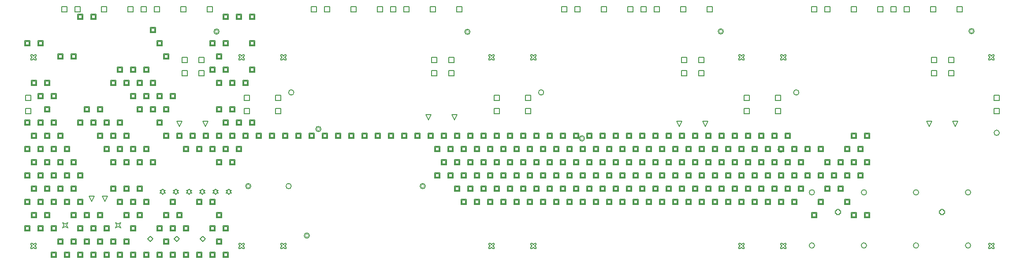
<source format=gbr>
%TF.GenerationSoftware,Altium Limited,Altium Designer,21.6.4 (81)*%
G04 Layer_Color=417716*
%FSLAX45Y45*%
%MOMM*%
%TF.SameCoordinates,FE6AB8E2-ACEA-43B4-A2BC-98750A1A22B8*%
%TF.FilePolarity,Positive*%
%TF.FileFunction,Drawing*%
%TF.Part,Single*%
G01*
G75*
%TA.AperFunction,NonConductor*%
%ADD63C,0.12700*%
%ADD64C,0.16933*%
%ADD65C,0.10160*%
D63*
X18089880Y-449580D02*
Y-347980D01*
X18191479D01*
Y-449580D01*
X18089880D01*
X17581880D02*
Y-347980D01*
X17683479D01*
Y-449580D01*
X17581880D01*
X17073880D02*
Y-347980D01*
X17175481D01*
Y-449580D01*
X17073880D01*
X16819881D02*
Y-347980D01*
X16921480D01*
Y-449580D01*
X16819881D01*
X16565880D02*
Y-347980D01*
X16667480D01*
Y-449580D01*
X16565880D01*
X16057880D02*
Y-347980D01*
X16159480D01*
Y-449580D01*
X16057880D01*
X15549879D02*
Y-347980D01*
X15651480D01*
Y-449580D01*
X15549879D01*
X15295880D02*
Y-347980D01*
X15397479D01*
Y-449580D01*
X15295880D01*
X13284200D02*
Y-347980D01*
X13385800D01*
Y-449580D01*
X13284200D01*
X12776200D02*
Y-347980D01*
X12877800D01*
Y-449580D01*
X12776200D01*
X12268200D02*
Y-347980D01*
X12369800D01*
Y-449580D01*
X12268200D01*
X12014200D02*
Y-347980D01*
X12115800D01*
Y-449580D01*
X12014200D01*
X11760200D02*
Y-347980D01*
X11861800D01*
Y-449580D01*
X11760200D01*
X11252200D02*
Y-347980D01*
X11353800D01*
Y-449580D01*
X11252200D01*
X10744200D02*
Y-347980D01*
X10845800D01*
Y-449580D01*
X10744200D01*
X10490200D02*
Y-347980D01*
X10591800D01*
Y-449580D01*
X10490200D01*
X3688080D02*
Y-347980D01*
X3789680D01*
Y-449580D01*
X3688080D01*
X3180080D02*
Y-347980D01*
X3281680D01*
Y-449580D01*
X3180080D01*
X2672080D02*
Y-347980D01*
X2773680D01*
Y-449580D01*
X2672080D01*
X2418080D02*
Y-347980D01*
X2519680D01*
Y-449580D01*
X2418080D01*
X2164080D02*
Y-347980D01*
X2265680D01*
Y-449580D01*
X2164080D01*
X1656080D02*
Y-347980D01*
X1757680D01*
Y-449580D01*
X1656080D01*
X1148080D02*
Y-347980D01*
X1249680D01*
Y-449580D01*
X1148080D01*
X894080D02*
Y-347980D01*
X995680D01*
Y-449580D01*
X894080D01*
X5687060D02*
Y-347980D01*
X5788660D01*
Y-449580D01*
X5687060D01*
X5941060D02*
Y-347980D01*
X6042660D01*
Y-449580D01*
X5941060D01*
X6449060D02*
Y-347980D01*
X6550660D01*
Y-449580D01*
X6449060D01*
X6957060D02*
Y-347980D01*
X7058660D01*
Y-449580D01*
X6957060D01*
X7211060D02*
Y-347980D01*
X7312660D01*
Y-449580D01*
X7211060D01*
X7465060D02*
Y-347980D01*
X7566660D01*
Y-449580D01*
X7465060D01*
X7973060D02*
Y-347980D01*
X8074660D01*
Y-449580D01*
X7973060D01*
X8481060D02*
Y-347980D01*
X8582660D01*
Y-449580D01*
X8481060D01*
X13250000Y-2650800D02*
X13199200Y-2549200D01*
X13300800D01*
X13250000Y-2650800D01*
X12750000D02*
X12699200Y-2549200D01*
X12800800D01*
X12750000Y-2650800D01*
X4102100Y-3954780D02*
X4127500Y-3929380D01*
X4152900D01*
X4127500Y-3903980D01*
X4152900Y-3878580D01*
X4127500D01*
X4102100Y-3853180D01*
X4076700Y-3878580D01*
X4051300D01*
X4076700Y-3903980D01*
X4051300Y-3929380D01*
X4076700D01*
X4102100Y-3954780D01*
X3848100D02*
X3873500Y-3929380D01*
X3898900D01*
X3873500Y-3903980D01*
X3898900Y-3878580D01*
X3873500D01*
X3848100Y-3853180D01*
X3822700Y-3878580D01*
X3797300D01*
X3822700Y-3903980D01*
X3797300Y-3929380D01*
X3822700D01*
X3848100Y-3954780D01*
X3594100D02*
X3619500Y-3929380D01*
X3644900D01*
X3619500Y-3903980D01*
X3644900Y-3878580D01*
X3619500D01*
X3594100Y-3853180D01*
X3568700Y-3878580D01*
X3543300D01*
X3568700Y-3903980D01*
X3543300Y-3929380D01*
X3568700D01*
X3594100Y-3954780D01*
X3340100D02*
X3365500Y-3929380D01*
X3390900D01*
X3365500Y-3903980D01*
X3390900Y-3878580D01*
X3365500D01*
X3340100Y-3853180D01*
X3314700Y-3878580D01*
X3289300D01*
X3314700Y-3903980D01*
X3289300Y-3929380D01*
X3314700D01*
X3340100Y-3954780D01*
X3086100D02*
X3111500Y-3929380D01*
X3136900D01*
X3111500Y-3903980D01*
X3136900Y-3878580D01*
X3111500D01*
X3086100Y-3853180D01*
X3060700Y-3878580D01*
X3035300D01*
X3060700Y-3903980D01*
X3035300Y-3929380D01*
X3060700D01*
X3086100Y-3954780D01*
X2832100D02*
X2857500Y-3929380D01*
X2882900D01*
X2857500Y-3903980D01*
X2882900Y-3878580D01*
X2857500D01*
X2832100Y-3853180D01*
X2806700Y-3878580D01*
X2781300D01*
X2806700Y-3903980D01*
X2781300Y-3929380D01*
X2806700D01*
X2832100Y-3954780D01*
X908200Y-4600800D02*
X933600Y-4550000D01*
X908200Y-4499200D01*
X959000Y-4524600D01*
X1009800Y-4499200D01*
X984400Y-4550000D01*
X1009800Y-4600800D01*
X959000Y-4575400D01*
X908200Y-4600800D01*
X1467000Y-4092800D02*
X1416200Y-3991200D01*
X1517800D01*
X1467000Y-4092800D01*
X1721000D02*
X1670200Y-3991200D01*
X1771800D01*
X1721000Y-4092800D01*
X1924200Y-4600800D02*
X1949600Y-4550000D01*
X1924200Y-4499200D01*
X1975000Y-4524600D01*
X2025800Y-4499200D01*
X2000400Y-4550000D01*
X2025800Y-4600800D01*
X1975000Y-4575400D01*
X1924200Y-4600800D01*
X18050000Y-2650800D02*
X17999200Y-2549200D01*
X18100800D01*
X18050000Y-2650800D01*
X17550000D02*
X17499200Y-2549200D01*
X17600800D01*
X17550000Y-2650800D01*
X8438960Y-2527300D02*
X8388160Y-2425700D01*
X8489760D01*
X8438960Y-2527300D01*
X7938960D02*
X7888160Y-2425700D01*
X7989760D01*
X7938960Y-2527300D01*
X3650000Y-2650800D02*
X3599200Y-2549200D01*
X3700800D01*
X3650000Y-2650800D01*
X3150000D02*
X3099200Y-2549200D01*
X3200800D01*
X3150000Y-2650800D01*
X14599200Y-2404800D02*
Y-2303200D01*
X14700800D01*
Y-2404800D01*
X14599200D01*
Y-2150800D02*
Y-2049200D01*
X14700800D01*
Y-2150800D01*
X14599200D01*
X17599200Y-1679800D02*
Y-1578200D01*
X17700800D01*
Y-1679800D01*
X17599200D01*
Y-1425800D02*
Y-1324200D01*
X17700800D01*
Y-1425800D01*
X17599200D01*
X17924200Y-1679800D02*
Y-1578200D01*
X18025800D01*
Y-1679800D01*
X17924200D01*
Y-1425800D02*
Y-1324200D01*
X18025800D01*
Y-1425800D01*
X17924200D01*
X18799200Y-2404800D02*
Y-2303200D01*
X18900800D01*
Y-2404800D01*
X18799200D01*
Y-2150800D02*
Y-2049200D01*
X18900800D01*
Y-2150800D01*
X18799200D01*
X9799200Y-2404800D02*
Y-2303200D01*
X9900800D01*
Y-2404800D01*
X9799200D01*
Y-2150800D02*
Y-2049200D01*
X9900800D01*
Y-2150800D01*
X9799200D01*
X12799200Y-1679800D02*
Y-1578200D01*
X12900800D01*
Y-1679800D01*
X12799200D01*
Y-1425800D02*
Y-1324200D01*
X12900800D01*
Y-1425800D01*
X12799200D01*
X13124200Y-1679800D02*
Y-1578200D01*
X13225800D01*
Y-1679800D01*
X13124200D01*
Y-1425800D02*
Y-1324200D01*
X13225800D01*
Y-1425800D01*
X13124200D01*
X13999200Y-2404800D02*
Y-2303200D01*
X14100800D01*
Y-2404800D01*
X13999200D01*
Y-2150800D02*
Y-2049200D01*
X14100800D01*
Y-2150800D01*
X13999200D01*
X4999200Y-2404800D02*
Y-2303200D01*
X5100800D01*
Y-2404800D01*
X4999200D01*
Y-2150800D02*
Y-2049200D01*
X5100800D01*
Y-2150800D01*
X4999200D01*
X7999200Y-1679800D02*
Y-1578200D01*
X8100800D01*
Y-1679800D01*
X7999200D01*
Y-1425800D02*
Y-1324200D01*
X8100800D01*
Y-1425800D01*
X7999200D01*
X8324200Y-1679800D02*
Y-1578200D01*
X8425800D01*
Y-1679800D01*
X8324200D01*
Y-1425800D02*
Y-1324200D01*
X8425800D01*
Y-1425800D01*
X8324200D01*
X9199200Y-2404800D02*
Y-2303200D01*
X9300800D01*
Y-2404800D01*
X9199200D01*
Y-2150800D02*
Y-2049200D01*
X9300800D01*
Y-2150800D01*
X9199200D01*
X3199200Y-1679800D02*
Y-1578200D01*
X3300800D01*
Y-1679800D01*
X3199200D01*
Y-1425800D02*
Y-1324200D01*
X3300800D01*
Y-1425800D01*
X3199200D01*
X3524200Y-1679800D02*
Y-1578200D01*
X3625800D01*
Y-1679800D01*
X3524200D01*
Y-1425800D02*
Y-1324200D01*
X3625800D01*
Y-1425800D01*
X3524200D01*
X4399200Y-2404800D02*
Y-2303200D01*
X4500800D01*
Y-2404800D01*
X4399200D01*
Y-2150800D02*
Y-2049200D01*
X4500800D01*
Y-2150800D01*
X4399200D01*
X199200Y-2404800D02*
Y-2303200D01*
X300800D01*
Y-2404800D01*
X199200D01*
Y-2150800D02*
Y-2049200D01*
X300800D01*
Y-2150800D01*
X199200D01*
X17774600Y-4325400D02*
Y-4350800D01*
X17825400D01*
Y-4325400D01*
X17850800D01*
Y-4274600D01*
X17825400D01*
Y-4249200D01*
X17774600D01*
Y-4274600D01*
X17749200D01*
Y-4325400D01*
X17774600D01*
X15774600D02*
Y-4350800D01*
X15825400D01*
Y-4325400D01*
X15850800D01*
Y-4274600D01*
X15825400D01*
Y-4249200D01*
X15774600D01*
Y-4274600D01*
X15749200D01*
Y-4325400D01*
X15774600D01*
X18699200Y-1375800D02*
X18724600D01*
X18750000Y-1350400D01*
X18775400Y-1375800D01*
X18800800D01*
Y-1350400D01*
X18775400Y-1325000D01*
X18800800Y-1299600D01*
Y-1274200D01*
X18775400D01*
X18750000Y-1299600D01*
X18724600Y-1274200D01*
X18699200D01*
Y-1299600D01*
X18724600Y-1325000D01*
X18699200Y-1350400D01*
Y-1375800D01*
X14699200D02*
X14724600D01*
X14750000Y-1350400D01*
X14775400Y-1375800D01*
X14800800D01*
Y-1350400D01*
X14775400Y-1325000D01*
X14800800Y-1299600D01*
Y-1274200D01*
X14775400D01*
X14750000Y-1299600D01*
X14724600Y-1274200D01*
X14699200D01*
Y-1299600D01*
X14724600Y-1325000D01*
X14699200Y-1350400D01*
Y-1375800D01*
X13899200Y-1375800D02*
X13924600D01*
X13950000Y-1350400D01*
X13975400Y-1375800D01*
X14000800D01*
Y-1350400D01*
X13975400Y-1325000D01*
X14000800Y-1299600D01*
Y-1274200D01*
X13975400D01*
X13950000Y-1299600D01*
X13924600Y-1274200D01*
X13899200D01*
Y-1299600D01*
X13924600Y-1325000D01*
X13899200Y-1350400D01*
Y-1375800D01*
X9899200D02*
X9924600D01*
X9950000Y-1350400D01*
X9975400Y-1375800D01*
X10000800D01*
Y-1350400D01*
X9975400Y-1325000D01*
X10000800Y-1299600D01*
Y-1274200D01*
X9975400D01*
X9950000Y-1299600D01*
X9924600Y-1274200D01*
X9899200D01*
Y-1299600D01*
X9924600Y-1325000D01*
X9899200Y-1350400D01*
Y-1375800D01*
X9099200D02*
X9124600D01*
X9150000Y-1350400D01*
X9175400Y-1375800D01*
X9200800D01*
Y-1350400D01*
X9175400Y-1325000D01*
X9200800Y-1299600D01*
Y-1274200D01*
X9175400D01*
X9150000Y-1299600D01*
X9124600Y-1274200D01*
X9099200D01*
Y-1299600D01*
X9124600Y-1325000D01*
X9099200Y-1350400D01*
Y-1375800D01*
X5099200D02*
X5124600D01*
X5150000Y-1350400D01*
X5175400Y-1375800D01*
X5200800D01*
Y-1350400D01*
X5175400Y-1325000D01*
X5200800Y-1299600D01*
Y-1274200D01*
X5175400D01*
X5150000Y-1299600D01*
X5124600Y-1274200D01*
X5099200D01*
Y-1299600D01*
X5124600Y-1325000D01*
X5099200Y-1350400D01*
Y-1375800D01*
X4299200Y-1375800D02*
X4324600D01*
X4350000Y-1350400D01*
X4375400Y-1375800D01*
X4400800D01*
Y-1350400D01*
X4375400Y-1325000D01*
X4400800Y-1299600D01*
Y-1274200D01*
X4375400D01*
X4350000Y-1299600D01*
X4324600Y-1274200D01*
X4299200D01*
Y-1299600D01*
X4324600Y-1325000D01*
X4299200Y-1350400D01*
Y-1375800D01*
X18699200Y-5000800D02*
X18724600D01*
X18750000Y-4975400D01*
X18775400Y-5000800D01*
X18800800D01*
Y-4975400D01*
X18775400Y-4950000D01*
X18800800Y-4924600D01*
Y-4899200D01*
X18775400D01*
X18750000Y-4924600D01*
X18724600Y-4899200D01*
X18699200D01*
Y-4924600D01*
X18724600Y-4950000D01*
X18699200Y-4975400D01*
Y-5000800D01*
X4299200D02*
X4324600D01*
X4350000Y-4975400D01*
X4375400Y-5000800D01*
X4400800D01*
Y-4975400D01*
X4375400Y-4950000D01*
X4400800Y-4924600D01*
Y-4899200D01*
X4375400D01*
X4350000Y-4924600D01*
X4324600Y-4899200D01*
X4299200D01*
Y-4924600D01*
X4324600Y-4950000D01*
X4299200Y-4975400D01*
Y-5000800D01*
X14699200Y-5000800D02*
X14724600D01*
X14750000Y-4975400D01*
X14775400Y-5000800D01*
X14800800D01*
Y-4975400D01*
X14775400Y-4950000D01*
X14800800Y-4924600D01*
Y-4899200D01*
X14775400D01*
X14750000Y-4924600D01*
X14724600Y-4899200D01*
X14699200D01*
Y-4924600D01*
X14724600Y-4950000D01*
X14699200Y-4975400D01*
Y-5000800D01*
X5099200Y-5000800D02*
X5124600D01*
X5150000Y-4975400D01*
X5175400Y-5000800D01*
X5200800D01*
Y-4975400D01*
X5175400Y-4950000D01*
X5200800Y-4924600D01*
Y-4899200D01*
X5175400D01*
X5150000Y-4924600D01*
X5124600Y-4899200D01*
X5099200D01*
Y-4924600D01*
X5124600Y-4950000D01*
X5099200Y-4975400D01*
Y-5000800D01*
X9099200D02*
X9124600D01*
X9150000Y-4975400D01*
X9175400Y-5000800D01*
X9200800D01*
Y-4975400D01*
X9175400Y-4950000D01*
X9200800Y-4924600D01*
Y-4899200D01*
X9175400D01*
X9150000Y-4924600D01*
X9124600Y-4899200D01*
X9099200D01*
Y-4924600D01*
X9124600Y-4950000D01*
X9099200Y-4975400D01*
Y-5000800D01*
X299200D02*
X324600D01*
X350000Y-4975400D01*
X375400Y-5000800D01*
X400800D01*
Y-4975400D01*
X375400Y-4950000D01*
X400800Y-4924600D01*
Y-4899200D01*
X375400D01*
X350000Y-4924600D01*
X324600Y-4899200D01*
X299200D01*
Y-4924600D01*
X324600Y-4950000D01*
X299200Y-4975400D01*
Y-5000800D01*
X13899200D02*
X13924600D01*
X13950000Y-4975400D01*
X13975400Y-5000800D01*
X14000800D01*
Y-4975400D01*
X13975400Y-4950000D01*
X14000800Y-4924600D01*
Y-4899200D01*
X13975400D01*
X13950000Y-4924600D01*
X13924600Y-4899200D01*
X13899200D01*
Y-4924600D01*
X13924600Y-4950000D01*
X13899200Y-4975400D01*
Y-5000800D01*
X9899200D02*
X9924600D01*
X9950000Y-4975400D01*
X9975400Y-5000800D01*
X10000800D01*
Y-4975400D01*
X9975400Y-4950000D01*
X10000800Y-4924600D01*
Y-4899200D01*
X9975400D01*
X9950000Y-4924600D01*
X9924600Y-4899200D01*
X9899200D01*
Y-4924600D01*
X9924600Y-4950000D01*
X9899200Y-4975400D01*
Y-5000800D01*
X2546730Y-4814570D02*
X2597530Y-4763770D01*
X2648330Y-4814570D01*
X2597530Y-4865370D01*
X2546730Y-4814570D01*
X3046730D02*
X3097530Y-4763770D01*
X3148330Y-4814570D01*
X3097530Y-4865370D01*
X3046730Y-4814570D01*
X3546730D02*
X3597530Y-4763770D01*
X3648330Y-4814570D01*
X3597530Y-4865370D01*
X3546730Y-4814570D01*
X299200Y-1375800D02*
X324600D01*
X350000Y-1350400D01*
X375400Y-1375800D01*
X400800D01*
Y-1350400D01*
X375400Y-1325000D01*
X400800Y-1299600D01*
Y-1274200D01*
X375400D01*
X350000Y-1299600D01*
X324600Y-1274200D01*
X299200D01*
Y-1299600D01*
X324600Y-1325000D01*
X299200Y-1350400D01*
Y-1375800D01*
X16310201Y-2882800D02*
Y-2781200D01*
X16411800D01*
Y-2882800D01*
X16310201D01*
X16330521Y-2862480D02*
Y-2801520D01*
X16391479D01*
Y-2862480D01*
X16330521D01*
X16183200Y-3136800D02*
Y-3035200D01*
X16284801D01*
Y-3136800D01*
X16183200D01*
X16203520Y-3116480D02*
Y-3055520D01*
X16264481D01*
Y-3116480D01*
X16203520D01*
X16310201Y-3390800D02*
Y-3289200D01*
X16411800D01*
Y-3390800D01*
X16310201D01*
X16330521Y-3370480D02*
Y-3309520D01*
X16391479D01*
Y-3370480D01*
X16330521D01*
X16183200Y-3644800D02*
Y-3543200D01*
X16284801D01*
Y-3644800D01*
X16183200D01*
X16203520Y-3624480D02*
Y-3563520D01*
X16264481D01*
Y-3624480D01*
X16203520D01*
X16310201Y-4406800D02*
Y-4305200D01*
X16411800D01*
Y-4406800D01*
X16310201D01*
X16330521Y-4386480D02*
Y-4325520D01*
X16391479D01*
Y-4386480D01*
X16330521D01*
X16056200Y-2882800D02*
Y-2781200D01*
X16157800D01*
Y-2882800D01*
X16056200D01*
X16076520Y-2862480D02*
Y-2801520D01*
X16137480D01*
Y-2862480D01*
X16076520D01*
X15929201Y-3136800D02*
Y-3035200D01*
X16030800D01*
Y-3136800D01*
X15929201D01*
X15949519Y-3116480D02*
Y-3055520D01*
X16010480D01*
Y-3116480D01*
X15949519D01*
X16056200Y-3390800D02*
Y-3289200D01*
X16157800D01*
Y-3390800D01*
X16056200D01*
X16076520Y-3370480D02*
Y-3309520D01*
X16137480D01*
Y-3370480D01*
X16076520D01*
X15929201Y-3644800D02*
Y-3543200D01*
X16030800D01*
Y-3644800D01*
X15929201D01*
X15949519Y-3624480D02*
Y-3563520D01*
X16010480D01*
Y-3624480D01*
X15949519D01*
X15929201Y-4152800D02*
Y-4051200D01*
X16030800D01*
Y-4152800D01*
X15929201D01*
X15949519Y-4132480D02*
Y-4071520D01*
X16010480D01*
Y-4132480D01*
X15949519D01*
X16056200Y-4406800D02*
Y-4305200D01*
X16157800D01*
Y-4406800D01*
X16056200D01*
X16076520Y-4386480D02*
Y-4325520D01*
X16137480D01*
Y-4386480D01*
X16076520D01*
X15802200Y-3390800D02*
Y-3289200D01*
X15903799D01*
Y-3390800D01*
X15802200D01*
X15822520Y-3370480D02*
Y-3309520D01*
X15883479D01*
Y-3370480D01*
X15822520D01*
X15675200Y-3644800D02*
Y-3543200D01*
X15776801D01*
Y-3644800D01*
X15675200D01*
X15695520Y-3624480D02*
Y-3563520D01*
X15756480D01*
Y-3624480D01*
X15695520D01*
X15802200Y-3898800D02*
Y-3797200D01*
X15903799D01*
Y-3898800D01*
X15802200D01*
X15822520Y-3878480D02*
Y-3817520D01*
X15883479D01*
Y-3878480D01*
X15822520D01*
X15421201Y-3136800D02*
Y-3035200D01*
X15522800D01*
Y-3136800D01*
X15421201D01*
X15441521Y-3116480D02*
Y-3055520D01*
X15502480D01*
Y-3116480D01*
X15441521D01*
X15548199Y-3390800D02*
Y-3289200D01*
X15649800D01*
Y-3390800D01*
X15548199D01*
X15568520Y-3370480D02*
Y-3309520D01*
X15629480D01*
Y-3370480D01*
X15568520D01*
X15421201Y-3644800D02*
Y-3543200D01*
X15522800D01*
Y-3644800D01*
X15421201D01*
X15441521Y-3624480D02*
Y-3563520D01*
X15502480D01*
Y-3624480D01*
X15441521D01*
X15548199Y-3898800D02*
Y-3797200D01*
X15649800D01*
Y-3898800D01*
X15548199D01*
X15568520Y-3878480D02*
Y-3817520D01*
X15629480D01*
Y-3878480D01*
X15568520D01*
X15421201Y-4152800D02*
Y-4051200D01*
X15522800D01*
Y-4152800D01*
X15421201D01*
X15441521Y-4132480D02*
Y-4071520D01*
X15502480D01*
Y-4132480D01*
X15441521D01*
X15167200Y-3136800D02*
Y-3035200D01*
X15268800D01*
Y-3136800D01*
X15167200D01*
X15187520Y-3116480D02*
Y-3055520D01*
X15248480D01*
Y-3116480D01*
X15187520D01*
X15167200Y-3644800D02*
Y-3543200D01*
X15268800D01*
Y-3644800D01*
X15167200D01*
X15187520Y-3624480D02*
Y-3563520D01*
X15248480D01*
Y-3624480D01*
X15187520D01*
X15294200Y-4406800D02*
Y-4305200D01*
X15395799D01*
Y-4406800D01*
X15294200D01*
X15314520Y-4386480D02*
Y-4325520D01*
X15375481D01*
Y-4386480D01*
X15314520D01*
X14913200Y-3136800D02*
Y-3035200D01*
X15014799D01*
Y-3136800D01*
X14913200D01*
X14933521Y-3116480D02*
Y-3055520D01*
X14994479D01*
Y-3116480D01*
X14933521D01*
X15040199Y-3390800D02*
Y-3289200D01*
X15141800D01*
Y-3390800D01*
X15040199D01*
X15060519Y-3370480D02*
Y-3309520D01*
X15121480D01*
Y-3370480D01*
X15060519D01*
X14913200Y-3644800D02*
Y-3543200D01*
X15014799D01*
Y-3644800D01*
X14913200D01*
X14933521Y-3624480D02*
Y-3563520D01*
X14994479D01*
Y-3624480D01*
X14933521D01*
X15040199Y-3898800D02*
Y-3797200D01*
X15141800D01*
Y-3898800D01*
X15040199D01*
X15060519Y-3878480D02*
Y-3817520D01*
X15121480D01*
Y-3878480D01*
X15060519D01*
X14913200Y-4152800D02*
Y-4051200D01*
X15014799D01*
Y-4152800D01*
X14913200D01*
X14933521Y-4132480D02*
Y-4071520D01*
X14994479D01*
Y-4132480D01*
X14933521D01*
X14786200Y-2882800D02*
Y-2781200D01*
X14887801D01*
Y-2882800D01*
X14786200D01*
X14806520Y-2862480D02*
Y-2801520D01*
X14867480D01*
Y-2862480D01*
X14806520D01*
X14659200Y-3136800D02*
Y-3035200D01*
X14760800D01*
Y-3136800D01*
X14659200D01*
X14679520Y-3116480D02*
Y-3055520D01*
X14740480D01*
Y-3116480D01*
X14679520D01*
X14786200Y-3390800D02*
Y-3289200D01*
X14887801D01*
Y-3390800D01*
X14786200D01*
X14806520Y-3370480D02*
Y-3309520D01*
X14867480D01*
Y-3370480D01*
X14806520D01*
X14659200Y-3644800D02*
Y-3543200D01*
X14760800D01*
Y-3644800D01*
X14659200D01*
X14679520Y-3624480D02*
Y-3563520D01*
X14740480D01*
Y-3624480D01*
X14679520D01*
X14786200Y-3898800D02*
Y-3797200D01*
X14887801D01*
Y-3898800D01*
X14786200D01*
X14806520Y-3878480D02*
Y-3817520D01*
X14867480D01*
Y-3878480D01*
X14806520D01*
X14659200Y-4152800D02*
Y-4051200D01*
X14760800D01*
Y-4152800D01*
X14659200D01*
X14679520Y-4132480D02*
Y-4071520D01*
X14740480D01*
Y-4132480D01*
X14679520D01*
X14532201Y-2882800D02*
Y-2781200D01*
X14633800D01*
Y-2882800D01*
X14532201D01*
X14552521Y-2862480D02*
Y-2801520D01*
X14613480D01*
Y-2862480D01*
X14552521D01*
X14405200Y-3136800D02*
Y-3035200D01*
X14506799D01*
Y-3136800D01*
X14405200D01*
X14425520Y-3116480D02*
Y-3055520D01*
X14486481D01*
Y-3116480D01*
X14425520D01*
X14532201Y-3390800D02*
Y-3289200D01*
X14633800D01*
Y-3390800D01*
X14532201D01*
X14552521Y-3370480D02*
Y-3309520D01*
X14613480D01*
Y-3370480D01*
X14552521D01*
X14405200Y-3644800D02*
Y-3543200D01*
X14506799D01*
Y-3644800D01*
X14405200D01*
X14425520Y-3624480D02*
Y-3563520D01*
X14486481D01*
Y-3624480D01*
X14425520D01*
X14532201Y-3898800D02*
Y-3797200D01*
X14633800D01*
Y-3898800D01*
X14532201D01*
X14552521Y-3878480D02*
Y-3817520D01*
X14613480D01*
Y-3878480D01*
X14552521D01*
X14405200Y-4152800D02*
Y-4051200D01*
X14506799D01*
Y-4152800D01*
X14405200D01*
X14425520Y-4132480D02*
Y-4071520D01*
X14486481D01*
Y-4132480D01*
X14425520D01*
X14278200Y-2882800D02*
Y-2781200D01*
X14379800D01*
Y-2882800D01*
X14278200D01*
X14298520Y-2862480D02*
Y-2801520D01*
X14359480D01*
Y-2862480D01*
X14298520D01*
X14151199Y-3136800D02*
Y-3035200D01*
X14252800D01*
Y-3136800D01*
X14151199D01*
X14171519Y-3116480D02*
Y-3055520D01*
X14232480D01*
Y-3116480D01*
X14171519D01*
X14278200Y-3390800D02*
Y-3289200D01*
X14379800D01*
Y-3390800D01*
X14278200D01*
X14298520Y-3370480D02*
Y-3309520D01*
X14359480D01*
Y-3370480D01*
X14298520D01*
X14151199Y-3644800D02*
Y-3543200D01*
X14252800D01*
Y-3644800D01*
X14151199D01*
X14171519Y-3624480D02*
Y-3563520D01*
X14232480D01*
Y-3624480D01*
X14171519D01*
X14278200Y-3898800D02*
Y-3797200D01*
X14379800D01*
Y-3898800D01*
X14278200D01*
X14298520Y-3878480D02*
Y-3817520D01*
X14359480D01*
Y-3878480D01*
X14298520D01*
X14151199Y-4152800D02*
Y-4051200D01*
X14252800D01*
Y-4152800D01*
X14151199D01*
X14171519Y-4132480D02*
Y-4071520D01*
X14232480D01*
Y-4132480D01*
X14171519D01*
X14024200Y-2882800D02*
Y-2781200D01*
X14125800D01*
Y-2882800D01*
X14024200D01*
X14044521Y-2862480D02*
Y-2801520D01*
X14105479D01*
Y-2862480D01*
X14044521D01*
X13897200Y-3136800D02*
Y-3035200D01*
X13998801D01*
Y-3136800D01*
X13897200D01*
X13917520Y-3116480D02*
Y-3055520D01*
X13978481D01*
Y-3116480D01*
X13917520D01*
X14024200Y-3390800D02*
Y-3289200D01*
X14125800D01*
Y-3390800D01*
X14024200D01*
X14044521Y-3370480D02*
Y-3309520D01*
X14105479D01*
Y-3370480D01*
X14044521D01*
X13897200Y-3644800D02*
Y-3543200D01*
X13998801D01*
Y-3644800D01*
X13897200D01*
X13917520Y-3624480D02*
Y-3563520D01*
X13978481D01*
Y-3624480D01*
X13917520D01*
X14024200Y-3898800D02*
Y-3797200D01*
X14125800D01*
Y-3898800D01*
X14024200D01*
X14044521Y-3878480D02*
Y-3817520D01*
X14105479D01*
Y-3878480D01*
X14044521D01*
X13897200Y-4152800D02*
Y-4051200D01*
X13998801D01*
Y-4152800D01*
X13897200D01*
X13917520Y-4132480D02*
Y-4071520D01*
X13978481D01*
Y-4132480D01*
X13917520D01*
X13770200Y-2882800D02*
Y-2781200D01*
X13871800D01*
Y-2882800D01*
X13770200D01*
X13790520Y-2862480D02*
Y-2801520D01*
X13851480D01*
Y-2862480D01*
X13790520D01*
X13643201Y-3136800D02*
Y-3035200D01*
X13744800D01*
Y-3136800D01*
X13643201D01*
X13663519Y-3116480D02*
Y-3055520D01*
X13724480D01*
Y-3116480D01*
X13663519D01*
X13770200Y-3390800D02*
Y-3289200D01*
X13871800D01*
Y-3390800D01*
X13770200D01*
X13790520Y-3370480D02*
Y-3309520D01*
X13851480D01*
Y-3370480D01*
X13790520D01*
X13643201Y-3644800D02*
Y-3543200D01*
X13744800D01*
Y-3644800D01*
X13643201D01*
X13663519Y-3624480D02*
Y-3563520D01*
X13724480D01*
Y-3624480D01*
X13663519D01*
X13770200Y-3898800D02*
Y-3797200D01*
X13871800D01*
Y-3898800D01*
X13770200D01*
X13790520Y-3878480D02*
Y-3817520D01*
X13851480D01*
Y-3878480D01*
X13790520D01*
X13643201Y-4152800D02*
Y-4051200D01*
X13744800D01*
Y-4152800D01*
X13643201D01*
X13663519Y-4132480D02*
Y-4071520D01*
X13724480D01*
Y-4132480D01*
X13663519D01*
X13516200Y-2882800D02*
Y-2781200D01*
X13617799D01*
Y-2882800D01*
X13516200D01*
X13536520Y-2862480D02*
Y-2801520D01*
X13597479D01*
Y-2862480D01*
X13536520D01*
X13389200Y-3136800D02*
Y-3035200D01*
X13490800D01*
Y-3136800D01*
X13389200D01*
X13409520Y-3116480D02*
Y-3055520D01*
X13470480D01*
Y-3116480D01*
X13409520D01*
X13516200Y-3390800D02*
Y-3289200D01*
X13617799D01*
Y-3390800D01*
X13516200D01*
X13536520Y-3370480D02*
Y-3309520D01*
X13597479D01*
Y-3370480D01*
X13536520D01*
X13389200Y-3644800D02*
Y-3543200D01*
X13490800D01*
Y-3644800D01*
X13389200D01*
X13409520Y-3624480D02*
Y-3563520D01*
X13470480D01*
Y-3624480D01*
X13409520D01*
X13516200Y-3898800D02*
Y-3797200D01*
X13617799D01*
Y-3898800D01*
X13516200D01*
X13536520Y-3878480D02*
Y-3817520D01*
X13597479D01*
Y-3878480D01*
X13536520D01*
X13389200Y-4152800D02*
Y-4051200D01*
X13490800D01*
Y-4152800D01*
X13389200D01*
X13409520Y-4132480D02*
Y-4071520D01*
X13470480D01*
Y-4132480D01*
X13409520D01*
X13262199Y-2882800D02*
Y-2781200D01*
X13363800D01*
Y-2882800D01*
X13262199D01*
X13282520Y-2862480D02*
Y-2801520D01*
X13343480D01*
Y-2862480D01*
X13282520D01*
X13135201Y-3136800D02*
Y-3035200D01*
X13236800D01*
Y-3136800D01*
X13135201D01*
X13155521Y-3116480D02*
Y-3055520D01*
X13216479D01*
Y-3116480D01*
X13155521D01*
X13262199Y-3390800D02*
Y-3289200D01*
X13363800D01*
Y-3390800D01*
X13262199D01*
X13282520Y-3370480D02*
Y-3309520D01*
X13343480D01*
Y-3370480D01*
X13282520D01*
X13135201Y-3644800D02*
Y-3543200D01*
X13236800D01*
Y-3644800D01*
X13135201D01*
X13155521Y-3624480D02*
Y-3563520D01*
X13216479D01*
Y-3624480D01*
X13155521D01*
X13262199Y-3898800D02*
Y-3797200D01*
X13363800D01*
Y-3898800D01*
X13262199D01*
X13282520Y-3878480D02*
Y-3817520D01*
X13343480D01*
Y-3878480D01*
X13282520D01*
X13135201Y-4152800D02*
Y-4051200D01*
X13236800D01*
Y-4152800D01*
X13135201D01*
X13155521Y-4132480D02*
Y-4071520D01*
X13216479D01*
Y-4132480D01*
X13155521D01*
X13008200Y-2882800D02*
Y-2781200D01*
X13109801D01*
Y-2882800D01*
X13008200D01*
X13028520Y-2862480D02*
Y-2801520D01*
X13089481D01*
Y-2862480D01*
X13028520D01*
X12881200Y-3136800D02*
Y-3035200D01*
X12982800D01*
Y-3136800D01*
X12881200D01*
X12901520Y-3116480D02*
Y-3055520D01*
X12962480D01*
Y-3116480D01*
X12901520D01*
X13008200Y-3390800D02*
Y-3289200D01*
X13109801D01*
Y-3390800D01*
X13008200D01*
X13028520Y-3370480D02*
Y-3309520D01*
X13089481D01*
Y-3370480D01*
X13028520D01*
X12881200Y-3644800D02*
Y-3543200D01*
X12982800D01*
Y-3644800D01*
X12881200D01*
X12901520Y-3624480D02*
Y-3563520D01*
X12962480D01*
Y-3624480D01*
X12901520D01*
X13008200Y-3898800D02*
Y-3797200D01*
X13109801D01*
Y-3898800D01*
X13008200D01*
X13028520Y-3878480D02*
Y-3817520D01*
X13089481D01*
Y-3878480D01*
X13028520D01*
X12881200Y-4152800D02*
Y-4051200D01*
X12982800D01*
Y-4152800D01*
X12881200D01*
X12901520Y-4132480D02*
Y-4071520D01*
X12962480D01*
Y-4132480D01*
X12901520D01*
X12754200Y-2882800D02*
Y-2781200D01*
X12855800D01*
Y-2882800D01*
X12754200D01*
X12774520Y-2862480D02*
Y-2801520D01*
X12835480D01*
Y-2862480D01*
X12774520D01*
X12627200Y-3136800D02*
Y-3035200D01*
X12728800D01*
Y-3136800D01*
X12627200D01*
X12647520Y-3116480D02*
Y-3055520D01*
X12708480D01*
Y-3116480D01*
X12647520D01*
X12754200Y-3390800D02*
Y-3289200D01*
X12855800D01*
Y-3390800D01*
X12754200D01*
X12774520Y-3370480D02*
Y-3309520D01*
X12835480D01*
Y-3370480D01*
X12774520D01*
X12627200Y-3644800D02*
Y-3543200D01*
X12728800D01*
Y-3644800D01*
X12627200D01*
X12647520Y-3624480D02*
Y-3563520D01*
X12708480D01*
Y-3624480D01*
X12647520D01*
X12754200Y-3898800D02*
Y-3797200D01*
X12855800D01*
Y-3898800D01*
X12754200D01*
X12774520Y-3878480D02*
Y-3817520D01*
X12835480D01*
Y-3878480D01*
X12774520D01*
X12627200Y-4152800D02*
Y-4051200D01*
X12728800D01*
Y-4152800D01*
X12627200D01*
X12647520Y-4132480D02*
Y-4071520D01*
X12708480D01*
Y-4132480D01*
X12647520D01*
X12500200Y-2882800D02*
Y-2781200D01*
X12601800D01*
Y-2882800D01*
X12500200D01*
X12520520Y-2862480D02*
Y-2801520D01*
X12581480D01*
Y-2862480D01*
X12520520D01*
X12373200Y-3136800D02*
Y-3035200D01*
X12474800D01*
Y-3136800D01*
X12373200D01*
X12393520Y-3116480D02*
Y-3055520D01*
X12454480D01*
Y-3116480D01*
X12393520D01*
X12500200Y-3390800D02*
Y-3289200D01*
X12601800D01*
Y-3390800D01*
X12500200D01*
X12520520Y-3370480D02*
Y-3309520D01*
X12581480D01*
Y-3370480D01*
X12520520D01*
X12373200Y-3644800D02*
Y-3543200D01*
X12474800D01*
Y-3644800D01*
X12373200D01*
X12393520Y-3624480D02*
Y-3563520D01*
X12454480D01*
Y-3624480D01*
X12393520D01*
X12500200Y-3898800D02*
Y-3797200D01*
X12601800D01*
Y-3898800D01*
X12500200D01*
X12520520Y-3878480D02*
Y-3817520D01*
X12581480D01*
Y-3878480D01*
X12520520D01*
X12373200Y-4152800D02*
Y-4051200D01*
X12474800D01*
Y-4152800D01*
X12373200D01*
X12393520Y-4132480D02*
Y-4071520D01*
X12454480D01*
Y-4132480D01*
X12393520D01*
X12246200Y-2882800D02*
Y-2781200D01*
X12347800D01*
Y-2882800D01*
X12246200D01*
X12266520Y-2862480D02*
Y-2801520D01*
X12327480D01*
Y-2862480D01*
X12266520D01*
X12119200Y-3136800D02*
Y-3035200D01*
X12220800D01*
Y-3136800D01*
X12119200D01*
X12139520Y-3116480D02*
Y-3055520D01*
X12200480D01*
Y-3116480D01*
X12139520D01*
X12246200Y-3390800D02*
Y-3289200D01*
X12347800D01*
Y-3390800D01*
X12246200D01*
X12266520Y-3370480D02*
Y-3309520D01*
X12327480D01*
Y-3370480D01*
X12266520D01*
X12119200Y-3644800D02*
Y-3543200D01*
X12220800D01*
Y-3644800D01*
X12119200D01*
X12139520Y-3624480D02*
Y-3563520D01*
X12200480D01*
Y-3624480D01*
X12139520D01*
X12246200Y-3898800D02*
Y-3797200D01*
X12347800D01*
Y-3898800D01*
X12246200D01*
X12266520Y-3878480D02*
Y-3817520D01*
X12327480D01*
Y-3878480D01*
X12266520D01*
X12119200Y-4152800D02*
Y-4051200D01*
X12220800D01*
Y-4152800D01*
X12119200D01*
X12139520Y-4132480D02*
Y-4071520D01*
X12200480D01*
Y-4132480D01*
X12139520D01*
X11992200Y-2882800D02*
Y-2781200D01*
X12093800D01*
Y-2882800D01*
X11992200D01*
X12012520Y-2862480D02*
Y-2801520D01*
X12073480D01*
Y-2862480D01*
X12012520D01*
X11865200Y-3136800D02*
Y-3035200D01*
X11966800D01*
Y-3136800D01*
X11865200D01*
X11885520Y-3116480D02*
Y-3055520D01*
X11946480D01*
Y-3116480D01*
X11885520D01*
X11992200Y-3390800D02*
Y-3289200D01*
X12093800D01*
Y-3390800D01*
X11992200D01*
X12012520Y-3370480D02*
Y-3309520D01*
X12073480D01*
Y-3370480D01*
X12012520D01*
X11865200Y-3644800D02*
Y-3543200D01*
X11966800D01*
Y-3644800D01*
X11865200D01*
X11885520Y-3624480D02*
Y-3563520D01*
X11946480D01*
Y-3624480D01*
X11885520D01*
X11992200Y-3898800D02*
Y-3797200D01*
X12093800D01*
Y-3898800D01*
X11992200D01*
X12012520Y-3878480D02*
Y-3817520D01*
X12073480D01*
Y-3878480D01*
X12012520D01*
X11865200Y-4152800D02*
Y-4051200D01*
X11966800D01*
Y-4152800D01*
X11865200D01*
X11885520Y-4132480D02*
Y-4071520D01*
X11946480D01*
Y-4132480D01*
X11885520D01*
X11738200Y-2882800D02*
Y-2781200D01*
X11839800D01*
Y-2882800D01*
X11738200D01*
X11758520Y-2862480D02*
Y-2801520D01*
X11819480D01*
Y-2862480D01*
X11758520D01*
X11611200Y-3136800D02*
Y-3035200D01*
X11712800D01*
Y-3136800D01*
X11611200D01*
X11631520Y-3116480D02*
Y-3055520D01*
X11692480D01*
Y-3116480D01*
X11631520D01*
X11738200Y-3390800D02*
Y-3289200D01*
X11839800D01*
Y-3390800D01*
X11738200D01*
X11758520Y-3370480D02*
Y-3309520D01*
X11819480D01*
Y-3370480D01*
X11758520D01*
X11611200Y-3644800D02*
Y-3543200D01*
X11712800D01*
Y-3644800D01*
X11611200D01*
X11631520Y-3624480D02*
Y-3563520D01*
X11692480D01*
Y-3624480D01*
X11631520D01*
X11738200Y-3898800D02*
Y-3797200D01*
X11839800D01*
Y-3898800D01*
X11738200D01*
X11758520Y-3878480D02*
Y-3817520D01*
X11819480D01*
Y-3878480D01*
X11758520D01*
X11611200Y-4152800D02*
Y-4051200D01*
X11712800D01*
Y-4152800D01*
X11611200D01*
X11631520Y-4132480D02*
Y-4071520D01*
X11692480D01*
Y-4132480D01*
X11631520D01*
X11484200Y-2882800D02*
Y-2781200D01*
X11585800D01*
Y-2882800D01*
X11484200D01*
X11504520Y-2862480D02*
Y-2801520D01*
X11565480D01*
Y-2862480D01*
X11504520D01*
X11357200Y-3136800D02*
Y-3035200D01*
X11458800D01*
Y-3136800D01*
X11357200D01*
X11377520Y-3116480D02*
Y-3055520D01*
X11438480D01*
Y-3116480D01*
X11377520D01*
X11484200Y-3390800D02*
Y-3289200D01*
X11585800D01*
Y-3390800D01*
X11484200D01*
X11504520Y-3370480D02*
Y-3309520D01*
X11565480D01*
Y-3370480D01*
X11504520D01*
X11357200Y-3644800D02*
Y-3543200D01*
X11458800D01*
Y-3644800D01*
X11357200D01*
X11377520Y-3624480D02*
Y-3563520D01*
X11438480D01*
Y-3624480D01*
X11377520D01*
X11484200Y-3898800D02*
Y-3797200D01*
X11585800D01*
Y-3898800D01*
X11484200D01*
X11504520Y-3878480D02*
Y-3817520D01*
X11565480D01*
Y-3878480D01*
X11504520D01*
X11357200Y-4152800D02*
Y-4051200D01*
X11458800D01*
Y-4152800D01*
X11357200D01*
X11377520Y-4132480D02*
Y-4071520D01*
X11438480D01*
Y-4132480D01*
X11377520D01*
X11230200Y-2882800D02*
Y-2781200D01*
X11331800D01*
Y-2882800D01*
X11230200D01*
X11250520Y-2862480D02*
Y-2801520D01*
X11311480D01*
Y-2862480D01*
X11250520D01*
X11103200Y-3136800D02*
Y-3035200D01*
X11204800D01*
Y-3136800D01*
X11103200D01*
X11123520Y-3116480D02*
Y-3055520D01*
X11184480D01*
Y-3116480D01*
X11123520D01*
X11230200Y-3390800D02*
Y-3289200D01*
X11331800D01*
Y-3390800D01*
X11230200D01*
X11250520Y-3370480D02*
Y-3309520D01*
X11311480D01*
Y-3370480D01*
X11250520D01*
X11103200Y-3644800D02*
Y-3543200D01*
X11204800D01*
Y-3644800D01*
X11103200D01*
X11123520Y-3624480D02*
Y-3563520D01*
X11184480D01*
Y-3624480D01*
X11123520D01*
X11230200Y-3898800D02*
Y-3797200D01*
X11331800D01*
Y-3898800D01*
X11230200D01*
X11250520Y-3878480D02*
Y-3817520D01*
X11311480D01*
Y-3878480D01*
X11250520D01*
X11103200Y-4152800D02*
Y-4051200D01*
X11204800D01*
Y-4152800D01*
X11103200D01*
X11123520Y-4132480D02*
Y-4071520D01*
X11184480D01*
Y-4132480D01*
X11123520D01*
X10976200Y-2882800D02*
Y-2781200D01*
X11077800D01*
Y-2882800D01*
X10976200D01*
X10996520Y-2862480D02*
Y-2801520D01*
X11057480D01*
Y-2862480D01*
X10996520D01*
X10849200Y-3136800D02*
Y-3035200D01*
X10950800D01*
Y-3136800D01*
X10849200D01*
X10869520Y-3116480D02*
Y-3055520D01*
X10930480D01*
Y-3116480D01*
X10869520D01*
X10976200Y-3390800D02*
Y-3289200D01*
X11077800D01*
Y-3390800D01*
X10976200D01*
X10996520Y-3370480D02*
Y-3309520D01*
X11057480D01*
Y-3370480D01*
X10996520D01*
X10849200Y-3644800D02*
Y-3543200D01*
X10950800D01*
Y-3644800D01*
X10849200D01*
X10869520Y-3624480D02*
Y-3563520D01*
X10930480D01*
Y-3624480D01*
X10869520D01*
X10976200Y-3898800D02*
Y-3797200D01*
X11077800D01*
Y-3898800D01*
X10976200D01*
X10996520Y-3878480D02*
Y-3817520D01*
X11057480D01*
Y-3878480D01*
X10996520D01*
X10849200Y-4152800D02*
Y-4051200D01*
X10950800D01*
Y-4152800D01*
X10849200D01*
X10869520Y-4132480D02*
Y-4071520D01*
X10930480D01*
Y-4132480D01*
X10869520D01*
X10722200Y-2882800D02*
Y-2781200D01*
X10823800D01*
Y-2882800D01*
X10722200D01*
X10742520Y-2862480D02*
Y-2801520D01*
X10803480D01*
Y-2862480D01*
X10742520D01*
X10595200Y-3136800D02*
Y-3035200D01*
X10696800D01*
Y-3136800D01*
X10595200D01*
X10615520Y-3116480D02*
Y-3055520D01*
X10676480D01*
Y-3116480D01*
X10615520D01*
X10722200Y-3390800D02*
Y-3289200D01*
X10823800D01*
Y-3390800D01*
X10722200D01*
X10742520Y-3370480D02*
Y-3309520D01*
X10803480D01*
Y-3370480D01*
X10742520D01*
X10595200Y-3644800D02*
Y-3543200D01*
X10696800D01*
Y-3644800D01*
X10595200D01*
X10615520Y-3624480D02*
Y-3563520D01*
X10676480D01*
Y-3624480D01*
X10615520D01*
X10722200Y-3898800D02*
Y-3797200D01*
X10823800D01*
Y-3898800D01*
X10722200D01*
X10742520Y-3878480D02*
Y-3817520D01*
X10803480D01*
Y-3878480D01*
X10742520D01*
X10595200Y-4152800D02*
Y-4051200D01*
X10696800D01*
Y-4152800D01*
X10595200D01*
X10615520Y-4132480D02*
Y-4071520D01*
X10676480D01*
Y-4132480D01*
X10615520D01*
X10468200Y-2882800D02*
Y-2781200D01*
X10569800D01*
Y-2882800D01*
X10468200D01*
X10488520Y-2862480D02*
Y-2801520D01*
X10549480D01*
Y-2862480D01*
X10488520D01*
X10341200Y-3136800D02*
Y-3035200D01*
X10442800D01*
Y-3136800D01*
X10341200D01*
X10361520Y-3116480D02*
Y-3055520D01*
X10422480D01*
Y-3116480D01*
X10361520D01*
X10468200Y-3390800D02*
Y-3289200D01*
X10569800D01*
Y-3390800D01*
X10468200D01*
X10488520Y-3370480D02*
Y-3309520D01*
X10549480D01*
Y-3370480D01*
X10488520D01*
X10341200Y-3644800D02*
Y-3543200D01*
X10442800D01*
Y-3644800D01*
X10341200D01*
X10361520Y-3624480D02*
Y-3563520D01*
X10422480D01*
Y-3624480D01*
X10361520D01*
X10468200Y-3898800D02*
Y-3797200D01*
X10569800D01*
Y-3898800D01*
X10468200D01*
X10488520Y-3878480D02*
Y-3817520D01*
X10549480D01*
Y-3878480D01*
X10488520D01*
X10341200Y-4152800D02*
Y-4051200D01*
X10442800D01*
Y-4152800D01*
X10341200D01*
X10361520Y-4132480D02*
Y-4071520D01*
X10422480D01*
Y-4132480D01*
X10361520D01*
X10214200Y-2882800D02*
Y-2781200D01*
X10315800D01*
Y-2882800D01*
X10214200D01*
X10234520Y-2862480D02*
Y-2801520D01*
X10295480D01*
Y-2862480D01*
X10234520D01*
X10087200Y-3136800D02*
Y-3035200D01*
X10188800D01*
Y-3136800D01*
X10087200D01*
X10107520Y-3116480D02*
Y-3055520D01*
X10168480D01*
Y-3116480D01*
X10107520D01*
X10214200Y-3390800D02*
Y-3289200D01*
X10315800D01*
Y-3390800D01*
X10214200D01*
X10234520Y-3370480D02*
Y-3309520D01*
X10295480D01*
Y-3370480D01*
X10234520D01*
X10087200Y-3644800D02*
Y-3543200D01*
X10188800D01*
Y-3644800D01*
X10087200D01*
X10107520Y-3624480D02*
Y-3563520D01*
X10168480D01*
Y-3624480D01*
X10107520D01*
X10214200Y-3898800D02*
Y-3797200D01*
X10315800D01*
Y-3898800D01*
X10214200D01*
X10234520Y-3878480D02*
Y-3817520D01*
X10295480D01*
Y-3878480D01*
X10234520D01*
X10087200Y-4152800D02*
Y-4051200D01*
X10188800D01*
Y-4152800D01*
X10087200D01*
X10107520Y-4132480D02*
Y-4071520D01*
X10168480D01*
Y-4132480D01*
X10107520D01*
X9960200Y-2882800D02*
Y-2781200D01*
X10061800D01*
Y-2882800D01*
X9960200D01*
X9980520Y-2862480D02*
Y-2801520D01*
X10041480D01*
Y-2862480D01*
X9980520D01*
X9833200Y-3136800D02*
Y-3035200D01*
X9934800D01*
Y-3136800D01*
X9833200D01*
X9853520Y-3116480D02*
Y-3055520D01*
X9914480D01*
Y-3116480D01*
X9853520D01*
X9960200Y-3390800D02*
Y-3289200D01*
X10061800D01*
Y-3390800D01*
X9960200D01*
X9980520Y-3370480D02*
Y-3309520D01*
X10041480D01*
Y-3370480D01*
X9980520D01*
X9833200Y-3644800D02*
Y-3543200D01*
X9934800D01*
Y-3644800D01*
X9833200D01*
X9853520Y-3624480D02*
Y-3563520D01*
X9914480D01*
Y-3624480D01*
X9853520D01*
X9960200Y-3898800D02*
Y-3797200D01*
X10061800D01*
Y-3898800D01*
X9960200D01*
X9980520Y-3878480D02*
Y-3817520D01*
X10041480D01*
Y-3878480D01*
X9980520D01*
X9833200Y-4152800D02*
Y-4051200D01*
X9934800D01*
Y-4152800D01*
X9833200D01*
X9853520Y-4132480D02*
Y-4071520D01*
X9914480D01*
Y-4132480D01*
X9853520D01*
X9706200Y-2882800D02*
Y-2781200D01*
X9807800D01*
Y-2882800D01*
X9706200D01*
X9726520Y-2862480D02*
Y-2801520D01*
X9787480D01*
Y-2862480D01*
X9726520D01*
X9579200Y-3136800D02*
Y-3035200D01*
X9680800D01*
Y-3136800D01*
X9579200D01*
X9599520Y-3116480D02*
Y-3055520D01*
X9660480D01*
Y-3116480D01*
X9599520D01*
X9706200Y-3390800D02*
Y-3289200D01*
X9807800D01*
Y-3390800D01*
X9706200D01*
X9726520Y-3370480D02*
Y-3309520D01*
X9787480D01*
Y-3370480D01*
X9726520D01*
X9579200Y-3644800D02*
Y-3543200D01*
X9680800D01*
Y-3644800D01*
X9579200D01*
X9599520Y-3624480D02*
Y-3563520D01*
X9660480D01*
Y-3624480D01*
X9599520D01*
X9706200Y-3898800D02*
Y-3797200D01*
X9807800D01*
Y-3898800D01*
X9706200D01*
X9726520Y-3878480D02*
Y-3817520D01*
X9787480D01*
Y-3878480D01*
X9726520D01*
X9579200Y-4152800D02*
Y-4051200D01*
X9680800D01*
Y-4152800D01*
X9579200D01*
X9599520Y-4132480D02*
Y-4071520D01*
X9660480D01*
Y-4132480D01*
X9599520D01*
X9452200Y-2882800D02*
Y-2781200D01*
X9553800D01*
Y-2882800D01*
X9452200D01*
X9472520Y-2862480D02*
Y-2801520D01*
X9533480D01*
Y-2862480D01*
X9472520D01*
X9325200Y-3136800D02*
Y-3035200D01*
X9426800D01*
Y-3136800D01*
X9325200D01*
X9345520Y-3116480D02*
Y-3055520D01*
X9406480D01*
Y-3116480D01*
X9345520D01*
X9452200Y-3390800D02*
Y-3289200D01*
X9553800D01*
Y-3390800D01*
X9452200D01*
X9472520Y-3370480D02*
Y-3309520D01*
X9533480D01*
Y-3370480D01*
X9472520D01*
X9325200Y-3644800D02*
Y-3543200D01*
X9426800D01*
Y-3644800D01*
X9325200D01*
X9345520Y-3624480D02*
Y-3563520D01*
X9406480D01*
Y-3624480D01*
X9345520D01*
X9452200Y-3898800D02*
Y-3797200D01*
X9553800D01*
Y-3898800D01*
X9452200D01*
X9472520Y-3878480D02*
Y-3817520D01*
X9533480D01*
Y-3878480D01*
X9472520D01*
X9325200Y-4152800D02*
Y-4051200D01*
X9426800D01*
Y-4152800D01*
X9325200D01*
X9345520Y-4132480D02*
Y-4071520D01*
X9406480D01*
Y-4132480D01*
X9345520D01*
X9198200Y-2882800D02*
Y-2781200D01*
X9299800D01*
Y-2882800D01*
X9198200D01*
X9218520Y-2862480D02*
Y-2801520D01*
X9279480D01*
Y-2862480D01*
X9218520D01*
X9071200Y-3136800D02*
Y-3035200D01*
X9172800D01*
Y-3136800D01*
X9071200D01*
X9091520Y-3116480D02*
Y-3055520D01*
X9152480D01*
Y-3116480D01*
X9091520D01*
X9198200Y-3390800D02*
Y-3289200D01*
X9299800D01*
Y-3390800D01*
X9198200D01*
X9218520Y-3370480D02*
Y-3309520D01*
X9279480D01*
Y-3370480D01*
X9218520D01*
X9071200Y-3644800D02*
Y-3543200D01*
X9172800D01*
Y-3644800D01*
X9071200D01*
X9091520Y-3624480D02*
Y-3563520D01*
X9152480D01*
Y-3624480D01*
X9091520D01*
X9198200Y-3898800D02*
Y-3797200D01*
X9299800D01*
Y-3898800D01*
X9198200D01*
X9218520Y-3878480D02*
Y-3817520D01*
X9279480D01*
Y-3878480D01*
X9218520D01*
X9071200Y-4152800D02*
Y-4051200D01*
X9172800D01*
Y-4152800D01*
X9071200D01*
X9091520Y-4132480D02*
Y-4071520D01*
X9152480D01*
Y-4132480D01*
X9091520D01*
X8944200Y-2882800D02*
Y-2781200D01*
X9045800D01*
Y-2882800D01*
X8944200D01*
X8964520Y-2862480D02*
Y-2801520D01*
X9025480D01*
Y-2862480D01*
X8964520D01*
X8817200Y-3136800D02*
Y-3035200D01*
X8918800D01*
Y-3136800D01*
X8817200D01*
X8837520Y-3116480D02*
Y-3055520D01*
X8898480D01*
Y-3116480D01*
X8837520D01*
X8944200Y-3390800D02*
Y-3289200D01*
X9045800D01*
Y-3390800D01*
X8944200D01*
X8964520Y-3370480D02*
Y-3309520D01*
X9025480D01*
Y-3370480D01*
X8964520D01*
X8817200Y-3644800D02*
Y-3543200D01*
X8918800D01*
Y-3644800D01*
X8817200D01*
X8837520Y-3624480D02*
Y-3563520D01*
X8898480D01*
Y-3624480D01*
X8837520D01*
X8944200Y-3898800D02*
Y-3797200D01*
X9045800D01*
Y-3898800D01*
X8944200D01*
X8964520Y-3878480D02*
Y-3817520D01*
X9025480D01*
Y-3878480D01*
X8964520D01*
X8817200Y-4152800D02*
Y-4051200D01*
X8918800D01*
Y-4152800D01*
X8817200D01*
X8837520Y-4132480D02*
Y-4071520D01*
X8898480D01*
Y-4132480D01*
X8837520D01*
X8690200Y-2882800D02*
Y-2781200D01*
X8791800D01*
Y-2882800D01*
X8690200D01*
X8710520Y-2862480D02*
Y-2801520D01*
X8771480D01*
Y-2862480D01*
X8710520D01*
X8563200Y-3136800D02*
Y-3035200D01*
X8664800D01*
Y-3136800D01*
X8563200D01*
X8583520Y-3116480D02*
Y-3055520D01*
X8644480D01*
Y-3116480D01*
X8583520D01*
X8690200Y-3390800D02*
Y-3289200D01*
X8791800D01*
Y-3390800D01*
X8690200D01*
X8710520Y-3370480D02*
Y-3309520D01*
X8771480D01*
Y-3370480D01*
X8710520D01*
X8563200Y-3644800D02*
Y-3543200D01*
X8664800D01*
Y-3644800D01*
X8563200D01*
X8583520Y-3624480D02*
Y-3563520D01*
X8644480D01*
Y-3624480D01*
X8583520D01*
X8690200Y-3898800D02*
Y-3797200D01*
X8791800D01*
Y-3898800D01*
X8690200D01*
X8710520Y-3878480D02*
Y-3817520D01*
X8771480D01*
Y-3878480D01*
X8710520D01*
X8563200Y-4152800D02*
Y-4051200D01*
X8664800D01*
Y-4152800D01*
X8563200D01*
X8583520Y-4132480D02*
Y-4071520D01*
X8644480D01*
Y-4132480D01*
X8583520D01*
X8436200Y-2882800D02*
Y-2781200D01*
X8537800D01*
Y-2882800D01*
X8436200D01*
X8456520Y-2862480D02*
Y-2801520D01*
X8517480D01*
Y-2862480D01*
X8456520D01*
X8309200Y-3136800D02*
Y-3035200D01*
X8410800D01*
Y-3136800D01*
X8309200D01*
X8329520Y-3116480D02*
Y-3055520D01*
X8390480D01*
Y-3116480D01*
X8329520D01*
X8436200Y-3390800D02*
Y-3289200D01*
X8537800D01*
Y-3390800D01*
X8436200D01*
X8456520Y-3370480D02*
Y-3309520D01*
X8517480D01*
Y-3370480D01*
X8456520D01*
X8309200Y-3644800D02*
Y-3543200D01*
X8410800D01*
Y-3644800D01*
X8309200D01*
X8329520Y-3624480D02*
Y-3563520D01*
X8390480D01*
Y-3624480D01*
X8329520D01*
X8436200Y-3898800D02*
Y-3797200D01*
X8537800D01*
Y-3898800D01*
X8436200D01*
X8456520Y-3878480D02*
Y-3817520D01*
X8517480D01*
Y-3878480D01*
X8456520D01*
X8182200Y-2882800D02*
Y-2781200D01*
X8283800D01*
Y-2882800D01*
X8182200D01*
X8202520Y-2862480D02*
Y-2801520D01*
X8263480D01*
Y-2862480D01*
X8202520D01*
X8055200Y-3136800D02*
Y-3035200D01*
X8156800D01*
Y-3136800D01*
X8055200D01*
X8075520Y-3116480D02*
Y-3055520D01*
X8136480D01*
Y-3116480D01*
X8075520D01*
X8182200Y-3390800D02*
Y-3289200D01*
X8283800D01*
Y-3390800D01*
X8182200D01*
X8202520Y-3370480D02*
Y-3309520D01*
X8263480D01*
Y-3370480D01*
X8202520D01*
X8055200Y-3644800D02*
Y-3543200D01*
X8156800D01*
Y-3644800D01*
X8055200D01*
X8075520Y-3624480D02*
Y-3563520D01*
X8136480D01*
Y-3624480D01*
X8075520D01*
X7928200Y-2882800D02*
Y-2781200D01*
X8029800D01*
Y-2882800D01*
X7928200D01*
X7948520Y-2862480D02*
Y-2801520D01*
X8009480D01*
Y-2862480D01*
X7948520D01*
X7674200Y-2882800D02*
Y-2781200D01*
X7775800D01*
Y-2882800D01*
X7674200D01*
X7694520Y-2862480D02*
Y-2801520D01*
X7755480D01*
Y-2862480D01*
X7694520D01*
X7420200Y-2882800D02*
Y-2781200D01*
X7521800D01*
Y-2882800D01*
X7420200D01*
X7440520Y-2862480D02*
Y-2801520D01*
X7501480D01*
Y-2862480D01*
X7440520D01*
X7166200Y-2882800D02*
Y-2781200D01*
X7267800D01*
Y-2882800D01*
X7166200D01*
X7186520Y-2862480D02*
Y-2801520D01*
X7247480D01*
Y-2862480D01*
X7186520D01*
X6912200Y-2882800D02*
Y-2781200D01*
X7013800D01*
Y-2882800D01*
X6912200D01*
X6932520Y-2862480D02*
Y-2801520D01*
X6993480D01*
Y-2862480D01*
X6932520D01*
X6658200Y-2882800D02*
Y-2781200D01*
X6759800D01*
Y-2882800D01*
X6658200D01*
X6678520Y-2862480D02*
Y-2801520D01*
X6739480D01*
Y-2862480D01*
X6678520D01*
X6404200Y-2882800D02*
Y-2781200D01*
X6505800D01*
Y-2882800D01*
X6404200D01*
X6424520Y-2862480D02*
Y-2801520D01*
X6485480D01*
Y-2862480D01*
X6424520D01*
X6150200Y-2882800D02*
Y-2781200D01*
X6251800D01*
Y-2882800D01*
X6150200D01*
X6170520Y-2862480D02*
Y-2801520D01*
X6231480D01*
Y-2862480D01*
X6170520D01*
X5896200Y-2882800D02*
Y-2781200D01*
X5997800D01*
Y-2882800D01*
X5896200D01*
X5916520Y-2862480D02*
Y-2801520D01*
X5977480D01*
Y-2862480D01*
X5916520D01*
X5642200Y-2882800D02*
Y-2781200D01*
X5743800D01*
Y-2882800D01*
X5642200D01*
X5662520Y-2862480D02*
Y-2801520D01*
X5723480D01*
Y-2862480D01*
X5662520D01*
X5388200Y-2882800D02*
Y-2781200D01*
X5489800D01*
Y-2882800D01*
X5388200D01*
X5408520Y-2862480D02*
Y-2801520D01*
X5469480D01*
Y-2862480D01*
X5408520D01*
X5134200Y-2882800D02*
Y-2781200D01*
X5235800D01*
Y-2882800D01*
X5134200D01*
X5154520Y-2862480D02*
Y-2801520D01*
X5215480D01*
Y-2862480D01*
X5154520D01*
X4880200Y-2882800D02*
Y-2781200D01*
X4981800D01*
Y-2882800D01*
X4880200D01*
X4900520Y-2862480D02*
Y-2801520D01*
X4961480D01*
Y-2862480D01*
X4900520D01*
X4499200Y-596800D02*
Y-495200D01*
X4600800D01*
Y-596800D01*
X4499200D01*
X4519520Y-576480D02*
Y-515520D01*
X4580480D01*
Y-576480D01*
X4519520D01*
X4499200Y-1104800D02*
Y-1003200D01*
X4600800D01*
Y-1104800D01*
X4499200D01*
X4519520Y-1084480D02*
Y-1023520D01*
X4580480D01*
Y-1084480D01*
X4519520D01*
X4499200Y-1612800D02*
Y-1511200D01*
X4600800D01*
Y-1612800D01*
X4499200D01*
X4519520Y-1592480D02*
Y-1531520D01*
X4580480D01*
Y-1592480D01*
X4519520D01*
X4499200Y-2628800D02*
Y-2527200D01*
X4600800D01*
Y-2628800D01*
X4499200D01*
X4519520Y-2608480D02*
Y-2547520D01*
X4580480D01*
Y-2608480D01*
X4519520D01*
X4626200Y-2882800D02*
Y-2781200D01*
X4727800D01*
Y-2882800D01*
X4626200D01*
X4646520Y-2862480D02*
Y-2801520D01*
X4707480D01*
Y-2862480D01*
X4646520D01*
X4245200Y-596800D02*
Y-495200D01*
X4346800D01*
Y-596800D01*
X4245200D01*
X4265520Y-576480D02*
Y-515520D01*
X4326480D01*
Y-576480D01*
X4265520D01*
X4372200Y-1866800D02*
Y-1765200D01*
X4473800D01*
Y-1866800D01*
X4372200D01*
X4392520Y-1846480D02*
Y-1785520D01*
X4453480D01*
Y-1846480D01*
X4392520D01*
X4245200Y-2628800D02*
Y-2527200D01*
X4346800D01*
Y-2628800D01*
X4245200D01*
X4265520Y-2608480D02*
Y-2547520D01*
X4326480D01*
Y-2608480D01*
X4265520D01*
X4372200Y-2882800D02*
Y-2781200D01*
X4473800D01*
Y-2882800D01*
X4372200D01*
X4392520Y-2862480D02*
Y-2801520D01*
X4453480D01*
Y-2862480D01*
X4392520D01*
X4245200Y-3136800D02*
Y-3035200D01*
X4346800D01*
Y-3136800D01*
X4245200D01*
X4265520Y-3116480D02*
Y-3055520D01*
X4326480D01*
Y-3116480D01*
X4265520D01*
X3991200Y-596800D02*
Y-495200D01*
X4092800D01*
Y-596800D01*
X3991200D01*
X4011520Y-576480D02*
Y-515520D01*
X4072480D01*
Y-576480D01*
X4011520D01*
X3991200Y-1104800D02*
Y-1003200D01*
X4092800D01*
Y-1104800D01*
X3991200D01*
X4011520Y-1084480D02*
Y-1023520D01*
X4072480D01*
Y-1084480D01*
X4011520D01*
X3991200Y-1612800D02*
Y-1511200D01*
X4092800D01*
Y-1612800D01*
X3991200D01*
X4011520Y-1592480D02*
Y-1531520D01*
X4072480D01*
Y-1592480D01*
X4011520D01*
X4118200Y-1866800D02*
Y-1765200D01*
X4219800D01*
Y-1866800D01*
X4118200D01*
X4138520Y-1846480D02*
Y-1785520D01*
X4199480D01*
Y-1846480D01*
X4138520D01*
X4118200Y-2374800D02*
Y-2273200D01*
X4219800D01*
Y-2374800D01*
X4118200D01*
X4138520Y-2354480D02*
Y-2293520D01*
X4199480D01*
Y-2354480D01*
X4138520D01*
X3991200Y-2628800D02*
Y-2527200D01*
X4092800D01*
Y-2628800D01*
X3991200D01*
X4011520Y-2608480D02*
Y-2547520D01*
X4072480D01*
Y-2608480D01*
X4011520D01*
X4118200Y-2882800D02*
Y-2781200D01*
X4219800D01*
Y-2882800D01*
X4118200D01*
X4138520Y-2862480D02*
Y-2801520D01*
X4199480D01*
Y-2862480D01*
X4138520D01*
X3991200Y-3136800D02*
Y-3035200D01*
X4092800D01*
Y-3136800D01*
X3991200D01*
X4011520Y-3116480D02*
Y-3055520D01*
X4072480D01*
Y-3116480D01*
X4011520D01*
X4118200Y-3390800D02*
Y-3289200D01*
X4219800D01*
Y-3390800D01*
X4118200D01*
X4138520Y-3370480D02*
Y-3309520D01*
X4199480D01*
Y-3370480D01*
X4138520D01*
X3991200Y-4660800D02*
Y-4559200D01*
X4092800D01*
Y-4660800D01*
X3991200D01*
X4011520Y-4640480D02*
Y-4579520D01*
X4072480D01*
Y-4640480D01*
X4011520D01*
X3991200Y-5168800D02*
Y-5067200D01*
X4092800D01*
Y-5168800D01*
X3991200D01*
X4011520Y-5148480D02*
Y-5087520D01*
X4072480D01*
Y-5148480D01*
X4011520D01*
X3737200Y-1104800D02*
Y-1003200D01*
X3838800D01*
Y-1104800D01*
X3737200D01*
X3757520Y-1084480D02*
Y-1023520D01*
X3818480D01*
Y-1084480D01*
X3757520D01*
X3864200Y-1358800D02*
Y-1257200D01*
X3965800D01*
Y-1358800D01*
X3864200D01*
X3884520Y-1338480D02*
Y-1277520D01*
X3945480D01*
Y-1338480D01*
X3884520D01*
X3737200Y-1612800D02*
Y-1511200D01*
X3838800D01*
Y-1612800D01*
X3737200D01*
X3757520Y-1592480D02*
Y-1531520D01*
X3818480D01*
Y-1592480D01*
X3757520D01*
X3864200Y-1866800D02*
Y-1765200D01*
X3965800D01*
Y-1866800D01*
X3864200D01*
X3884520Y-1846480D02*
Y-1785520D01*
X3945480D01*
Y-1846480D01*
X3884520D01*
X3864200Y-2374800D02*
Y-2273200D01*
X3965800D01*
Y-2374800D01*
X3864200D01*
X3884520Y-2354480D02*
Y-2293520D01*
X3945480D01*
Y-2354480D01*
X3884520D01*
X3864200Y-2882800D02*
Y-2781200D01*
X3965800D01*
Y-2882800D01*
X3864200D01*
X3884520Y-2862480D02*
Y-2801520D01*
X3945480D01*
Y-2862480D01*
X3884520D01*
X3737200Y-3136800D02*
Y-3035200D01*
X3838800D01*
Y-3136800D01*
X3737200D01*
X3757520Y-3116480D02*
Y-3055520D01*
X3818480D01*
Y-3116480D01*
X3757520D01*
X3864200Y-3390800D02*
Y-3289200D01*
X3965800D01*
Y-3390800D01*
X3864200D01*
X3884520Y-3370480D02*
Y-3309520D01*
X3945480D01*
Y-3370480D01*
X3884520D01*
X3737200Y-4152800D02*
Y-4051200D01*
X3838800D01*
Y-4152800D01*
X3737200D01*
X3757520Y-4132480D02*
Y-4071520D01*
X3818480D01*
Y-4132480D01*
X3757520D01*
X3864200Y-4406800D02*
Y-4305200D01*
X3965800D01*
Y-4406800D01*
X3864200D01*
X3884520Y-4386480D02*
Y-4325520D01*
X3945480D01*
Y-4386480D01*
X3884520D01*
X3737200Y-4660800D02*
Y-4559200D01*
X3838800D01*
Y-4660800D01*
X3737200D01*
X3757520Y-4640480D02*
Y-4579520D01*
X3818480D01*
Y-4640480D01*
X3757520D01*
X3864200Y-4914800D02*
Y-4813200D01*
X3965800D01*
Y-4914800D01*
X3864200D01*
X3884520Y-4894480D02*
Y-4833520D01*
X3945480D01*
Y-4894480D01*
X3884520D01*
X3737200Y-5168800D02*
Y-5067200D01*
X3838800D01*
Y-5168800D01*
X3737200D01*
X3757520Y-5148480D02*
Y-5087520D01*
X3818480D01*
Y-5148480D01*
X3757520D01*
X3610200Y-2882800D02*
Y-2781200D01*
X3711800D01*
Y-2882800D01*
X3610200D01*
X3630520Y-2862480D02*
Y-2801520D01*
X3691480D01*
Y-2862480D01*
X3630520D01*
X3483200Y-3136800D02*
Y-3035200D01*
X3584800D01*
Y-3136800D01*
X3483200D01*
X3503520Y-3116480D02*
Y-3055520D01*
X3564480D01*
Y-3116480D01*
X3503520D01*
X3483200Y-4152800D02*
Y-4051200D01*
X3584800D01*
Y-4152800D01*
X3483200D01*
X3503520Y-4132480D02*
Y-4071520D01*
X3564480D01*
Y-4132480D01*
X3503520D01*
X3483200Y-5168800D02*
Y-5067200D01*
X3584800D01*
Y-5168800D01*
X3483200D01*
X3503520Y-5148480D02*
Y-5087520D01*
X3564480D01*
Y-5148480D01*
X3503520D01*
X3356200Y-2882800D02*
Y-2781200D01*
X3457800D01*
Y-2882800D01*
X3356200D01*
X3376520Y-2862480D02*
Y-2801520D01*
X3437480D01*
Y-2862480D01*
X3376520D01*
X3229200Y-3136800D02*
Y-3035200D01*
X3330800D01*
Y-3136800D01*
X3229200D01*
X3249520Y-3116480D02*
Y-3055520D01*
X3310480D01*
Y-3116480D01*
X3249520D01*
X3229200Y-4660800D02*
Y-4559200D01*
X3330800D01*
Y-4660800D01*
X3229200D01*
X3249520Y-4640480D02*
Y-4579520D01*
X3310480D01*
Y-4640480D01*
X3249520D01*
X3229200Y-5168800D02*
Y-5067200D01*
X3330800D01*
Y-5168800D01*
X3229200D01*
X3249520Y-5148480D02*
Y-5087520D01*
X3310480D01*
Y-5148480D01*
X3249520D01*
X2975200Y-2120800D02*
Y-2019200D01*
X3076800D01*
Y-2120800D01*
X2975200D01*
X2995520Y-2100480D02*
Y-2039520D01*
X3056480D01*
Y-2100480D01*
X2995520D01*
X3102200Y-2882800D02*
Y-2781200D01*
X3203800D01*
Y-2882800D01*
X3102200D01*
X3122520Y-2862480D02*
Y-2801520D01*
X3183480D01*
Y-2862480D01*
X3122520D01*
X2975200Y-4152800D02*
Y-4051200D01*
X3076800D01*
Y-4152800D01*
X2975200D01*
X2995520Y-4132480D02*
Y-4071520D01*
X3056480D01*
Y-4132480D01*
X2995520D01*
X3102200Y-4406800D02*
Y-4305200D01*
X3203800D01*
Y-4406800D01*
X3102200D01*
X3122520Y-4386480D02*
Y-4325520D01*
X3183480D01*
Y-4386480D01*
X3122520D01*
X2975200Y-4660800D02*
Y-4559200D01*
X3076800D01*
Y-4660800D01*
X2975200D01*
X2995520Y-4640480D02*
Y-4579520D01*
X3056480D01*
Y-4640480D01*
X2995520D01*
X2975200Y-5168800D02*
Y-5067200D01*
X3076800D01*
Y-5168800D01*
X2975200D01*
X2995520Y-5148480D02*
Y-5087520D01*
X3056480D01*
Y-5148480D01*
X2995520D01*
X2721200Y-1104800D02*
Y-1003200D01*
X2822800D01*
Y-1104800D01*
X2721200D01*
X2741520Y-1084480D02*
Y-1023520D01*
X2802480D01*
Y-1084480D01*
X2741520D01*
X2848200Y-1358800D02*
Y-1257200D01*
X2949800D01*
Y-1358800D01*
X2848200D01*
X2868520Y-1338480D02*
Y-1277520D01*
X2929480D01*
Y-1338480D01*
X2868520D01*
X2721200Y-2120800D02*
Y-2019200D01*
X2822800D01*
Y-2120800D01*
X2721200D01*
X2741520Y-2100480D02*
Y-2039520D01*
X2802480D01*
Y-2100480D01*
X2741520D01*
X2848200Y-2374800D02*
Y-2273200D01*
X2949800D01*
Y-2374800D01*
X2848200D01*
X2868520Y-2354480D02*
Y-2293520D01*
X2929480D01*
Y-2354480D01*
X2868520D01*
X2721200Y-2628800D02*
Y-2527200D01*
X2822800D01*
Y-2628800D01*
X2721200D01*
X2741520Y-2608480D02*
Y-2547520D01*
X2802480D01*
Y-2608480D01*
X2741520D01*
X2848200Y-2882800D02*
Y-2781200D01*
X2949800D01*
Y-2882800D01*
X2848200D01*
X2868520Y-2862480D02*
Y-2801520D01*
X2929480D01*
Y-2862480D01*
X2868520D01*
X2848200Y-4406800D02*
Y-4305200D01*
X2949800D01*
Y-4406800D01*
X2848200D01*
X2868520Y-4386480D02*
Y-4325520D01*
X2929480D01*
Y-4386480D01*
X2868520D01*
X2721200Y-4660800D02*
Y-4559200D01*
X2822800D01*
Y-4660800D01*
X2721200D01*
X2741520Y-4640480D02*
Y-4579520D01*
X2802480D01*
Y-4640480D01*
X2741520D01*
X2848200Y-4914800D02*
Y-4813200D01*
X2949800D01*
Y-4914800D01*
X2848200D01*
X2868520Y-4894480D02*
Y-4833520D01*
X2929480D01*
Y-4894480D01*
X2868520D01*
X2721200Y-5168800D02*
Y-5067200D01*
X2822800D01*
Y-5168800D01*
X2721200D01*
X2741520Y-5148480D02*
Y-5087520D01*
X2802480D01*
Y-5148480D01*
X2741520D01*
X2594200Y-850800D02*
Y-749200D01*
X2695800D01*
Y-850800D01*
X2594200D01*
X2614520Y-830480D02*
Y-769520D01*
X2675480D01*
Y-830480D01*
X2614520D01*
X2467200Y-1612800D02*
Y-1511200D01*
X2568800D01*
Y-1612800D01*
X2467200D01*
X2487520Y-1592480D02*
Y-1531520D01*
X2548480D01*
Y-1592480D01*
X2487520D01*
X2594200Y-1866800D02*
Y-1765200D01*
X2695800D01*
Y-1866800D01*
X2594200D01*
X2614520Y-1846480D02*
Y-1785520D01*
X2675480D01*
Y-1846480D01*
X2614520D01*
X2467200Y-2120800D02*
Y-2019200D01*
X2568800D01*
Y-2120800D01*
X2467200D01*
X2487520Y-2100480D02*
Y-2039520D01*
X2548480D01*
Y-2100480D01*
X2487520D01*
X2594200Y-2374800D02*
Y-2273200D01*
X2695800D01*
Y-2374800D01*
X2594200D01*
X2614520Y-2354480D02*
Y-2293520D01*
X2675480D01*
Y-2354480D01*
X2614520D01*
X2467200Y-3136800D02*
Y-3035200D01*
X2568800D01*
Y-3136800D01*
X2467200D01*
X2487520Y-3116480D02*
Y-3055520D01*
X2548480D01*
Y-3116480D01*
X2487520D01*
X2594200Y-3390800D02*
Y-3289200D01*
X2695800D01*
Y-3390800D01*
X2594200D01*
X2614520Y-3370480D02*
Y-3309520D01*
X2675480D01*
Y-3370480D01*
X2614520D01*
X2467200Y-4152800D02*
Y-4051200D01*
X2568800D01*
Y-4152800D01*
X2467200D01*
X2487520Y-4132480D02*
Y-4071520D01*
X2548480D01*
Y-4132480D01*
X2487520D01*
X2467200Y-5168800D02*
Y-5067200D01*
X2568800D01*
Y-5168800D01*
X2467200D01*
X2487520Y-5148480D02*
Y-5087520D01*
X2548480D01*
Y-5148480D01*
X2487520D01*
X2213200Y-1612800D02*
Y-1511200D01*
X2314800D01*
Y-1612800D01*
X2213200D01*
X2233520Y-1592480D02*
Y-1531520D01*
X2294480D01*
Y-1592480D01*
X2233520D01*
X2340200Y-1866800D02*
Y-1765200D01*
X2441800D01*
Y-1866800D01*
X2340200D01*
X2360520Y-1846480D02*
Y-1785520D01*
X2421480D01*
Y-1846480D01*
X2360520D01*
X2213200Y-2120800D02*
Y-2019200D01*
X2314800D01*
Y-2120800D01*
X2213200D01*
X2233520Y-2100480D02*
Y-2039520D01*
X2294480D01*
Y-2100480D01*
X2233520D01*
X2340200Y-2374800D02*
Y-2273200D01*
X2441800D01*
Y-2374800D01*
X2340200D01*
X2360520Y-2354480D02*
Y-2293520D01*
X2421480D01*
Y-2354480D01*
X2360520D01*
X2213200Y-3136800D02*
Y-3035200D01*
X2314800D01*
Y-3136800D01*
X2213200D01*
X2233520Y-3116480D02*
Y-3055520D01*
X2294480D01*
Y-3116480D01*
X2233520D01*
X2340200Y-3390800D02*
Y-3289200D01*
X2441800D01*
Y-3390800D01*
X2340200D01*
X2360520Y-3370480D02*
Y-3309520D01*
X2421480D01*
Y-3370480D01*
X2360520D01*
X2340200Y-3898800D02*
Y-3797200D01*
X2441800D01*
Y-3898800D01*
X2340200D01*
X2360520Y-3878480D02*
Y-3817520D01*
X2421480D01*
Y-3878480D01*
X2360520D01*
X2213200Y-4152800D02*
Y-4051200D01*
X2314800D01*
Y-4152800D01*
X2213200D01*
X2233520Y-4132480D02*
Y-4071520D01*
X2294480D01*
Y-4132480D01*
X2233520D01*
X2340200Y-4406800D02*
Y-4305200D01*
X2441800D01*
Y-4406800D01*
X2340200D01*
X2360520Y-4386480D02*
Y-4325520D01*
X2421480D01*
Y-4386480D01*
X2360520D01*
X2213200Y-4660800D02*
Y-4559200D01*
X2314800D01*
Y-4660800D01*
X2213200D01*
X2233520Y-4640480D02*
Y-4579520D01*
X2294480D01*
Y-4640480D01*
X2233520D01*
X2213200Y-5168800D02*
Y-5067200D01*
X2314800D01*
Y-5168800D01*
X2213200D01*
X2233520Y-5148480D02*
Y-5087520D01*
X2294480D01*
Y-5148480D01*
X2233520D01*
X1959200Y-1612800D02*
Y-1511200D01*
X2060800D01*
Y-1612800D01*
X1959200D01*
X1979520Y-1592480D02*
Y-1531520D01*
X2040480D01*
Y-1592480D01*
X1979520D01*
X2086200Y-1866800D02*
Y-1765200D01*
X2187800D01*
Y-1866800D01*
X2086200D01*
X2106520Y-1846480D02*
Y-1785520D01*
X2167480D01*
Y-1846480D01*
X2106520D01*
X1959200Y-2628800D02*
Y-2527200D01*
X2060800D01*
Y-2628800D01*
X1959200D01*
X1979520Y-2608480D02*
Y-2547520D01*
X2040480D01*
Y-2608480D01*
X1979520D01*
X2086200Y-2882800D02*
Y-2781200D01*
X2187800D01*
Y-2882800D01*
X2086200D01*
X2106520Y-2862480D02*
Y-2801520D01*
X2167480D01*
Y-2862480D01*
X2106520D01*
X1959200Y-3136800D02*
Y-3035200D01*
X2060800D01*
Y-3136800D01*
X1959200D01*
X1979520Y-3116480D02*
Y-3055520D01*
X2040480D01*
Y-3116480D01*
X1979520D01*
X2086200Y-3390800D02*
Y-3289200D01*
X2187800D01*
Y-3390800D01*
X2086200D01*
X2106520Y-3370480D02*
Y-3309520D01*
X2167480D01*
Y-3370480D01*
X2106520D01*
X2086200Y-3898800D02*
Y-3797200D01*
X2187800D01*
Y-3898800D01*
X2086200D01*
X2106520Y-3878480D02*
Y-3817520D01*
X2167480D01*
Y-3878480D01*
X2106520D01*
X1959200Y-4152800D02*
Y-4051200D01*
X2060800D01*
Y-4152800D01*
X1959200D01*
X1979520Y-4132480D02*
Y-4071520D01*
X2040480D01*
Y-4132480D01*
X1979520D01*
X2086200Y-4406800D02*
Y-4305200D01*
X2187800D01*
Y-4406800D01*
X2086200D01*
X2106520Y-4386480D02*
Y-4325520D01*
X2167480D01*
Y-4386480D01*
X2106520D01*
X2086200Y-4914800D02*
Y-4813200D01*
X2187800D01*
Y-4914800D01*
X2086200D01*
X2106520Y-4894480D02*
Y-4833520D01*
X2167480D01*
Y-4894480D01*
X2106520D01*
X1959200Y-5168800D02*
Y-5067200D01*
X2060800D01*
Y-5168800D01*
X1959200D01*
X1979520Y-5148480D02*
Y-5087520D01*
X2040480D01*
Y-5148480D01*
X1979520D01*
X1832200Y-1866800D02*
Y-1765200D01*
X1933800D01*
Y-1866800D01*
X1832200D01*
X1852520Y-1846480D02*
Y-1785520D01*
X1913480D01*
Y-1846480D01*
X1852520D01*
X1705200Y-2628800D02*
Y-2527200D01*
X1806800D01*
Y-2628800D01*
X1705200D01*
X1725520Y-2608480D02*
Y-2547520D01*
X1786480D01*
Y-2608480D01*
X1725520D01*
X1832200Y-2882800D02*
Y-2781200D01*
X1933800D01*
Y-2882800D01*
X1832200D01*
X1852520Y-2862480D02*
Y-2801520D01*
X1913480D01*
Y-2862480D01*
X1852520D01*
X1705200Y-3136800D02*
Y-3035200D01*
X1806800D01*
Y-3136800D01*
X1705200D01*
X1725520Y-3116480D02*
Y-3055520D01*
X1786480D01*
Y-3116480D01*
X1725520D01*
X1832200Y-3390800D02*
Y-3289200D01*
X1933800D01*
Y-3390800D01*
X1832200D01*
X1852520Y-3370480D02*
Y-3309520D01*
X1913480D01*
Y-3370480D01*
X1852520D01*
X1832200Y-3898800D02*
Y-3797200D01*
X1933800D01*
Y-3898800D01*
X1832200D01*
X1852520Y-3878480D02*
Y-3817520D01*
X1913480D01*
Y-3878480D01*
X1852520D01*
X1705200Y-4660800D02*
Y-4559200D01*
X1806800D01*
Y-4660800D01*
X1705200D01*
X1725520Y-4640480D02*
Y-4579520D01*
X1786480D01*
Y-4640480D01*
X1725520D01*
X1832200Y-4914800D02*
Y-4813200D01*
X1933800D01*
Y-4914800D01*
X1832200D01*
X1852520Y-4894480D02*
Y-4833520D01*
X1913480D01*
Y-4894480D01*
X1852520D01*
X1705200Y-5168800D02*
Y-5067200D01*
X1806800D01*
Y-5168800D01*
X1705200D01*
X1725520Y-5148480D02*
Y-5087520D01*
X1786480D01*
Y-5148480D01*
X1725520D01*
X1451200Y-596800D02*
Y-495200D01*
X1552800D01*
Y-596800D01*
X1451200D01*
X1471520Y-576480D02*
Y-515520D01*
X1532480D01*
Y-576480D01*
X1471520D01*
X1578200Y-2374800D02*
Y-2273200D01*
X1679800D01*
Y-2374800D01*
X1578200D01*
X1598520Y-2354480D02*
Y-2293520D01*
X1659480D01*
Y-2354480D01*
X1598520D01*
X1451200Y-2628800D02*
Y-2527200D01*
X1552800D01*
Y-2628800D01*
X1451200D01*
X1471520Y-2608480D02*
Y-2547520D01*
X1532480D01*
Y-2608480D01*
X1471520D01*
X1578200Y-2882800D02*
Y-2781200D01*
X1679800D01*
Y-2882800D01*
X1578200D01*
X1598520Y-2862480D02*
Y-2801520D01*
X1659480D01*
Y-2862480D01*
X1598520D01*
X1578200Y-4406800D02*
Y-4305200D01*
X1679800D01*
Y-4406800D01*
X1578200D01*
X1598520Y-4386480D02*
Y-4325520D01*
X1659480D01*
Y-4386480D01*
X1598520D01*
X1451200Y-4660800D02*
Y-4559200D01*
X1552800D01*
Y-4660800D01*
X1451200D01*
X1471520Y-4640480D02*
Y-4579520D01*
X1532480D01*
Y-4640480D01*
X1471520D01*
X1578200Y-4914800D02*
Y-4813200D01*
X1679800D01*
Y-4914800D01*
X1578200D01*
X1598520Y-4894480D02*
Y-4833520D01*
X1659480D01*
Y-4894480D01*
X1598520D01*
X1451200Y-5168800D02*
Y-5067200D01*
X1552800D01*
Y-5168800D01*
X1451200D01*
X1471520Y-5148480D02*
Y-5087520D01*
X1532480D01*
Y-5148480D01*
X1471520D01*
X1197200Y-596800D02*
Y-495200D01*
X1298800D01*
Y-596800D01*
X1197200D01*
X1217520Y-576480D02*
Y-515520D01*
X1278480D01*
Y-576480D01*
X1217520D01*
X1324200Y-2374800D02*
Y-2273200D01*
X1425800D01*
Y-2374800D01*
X1324200D01*
X1344520Y-2354480D02*
Y-2293520D01*
X1405480D01*
Y-2354480D01*
X1344520D01*
X1197200Y-2628800D02*
Y-2527200D01*
X1298800D01*
Y-2628800D01*
X1197200D01*
X1217520Y-2608480D02*
Y-2547520D01*
X1278480D01*
Y-2608480D01*
X1217520D01*
X1197200Y-3644800D02*
Y-3543200D01*
X1298800D01*
Y-3644800D01*
X1197200D01*
X1217520Y-3624480D02*
Y-3563520D01*
X1278480D01*
Y-3624480D01*
X1217520D01*
X1197200Y-4152800D02*
Y-4051200D01*
X1298800D01*
Y-4152800D01*
X1197200D01*
X1217520Y-4132480D02*
Y-4071520D01*
X1278480D01*
Y-4132480D01*
X1217520D01*
X1324200Y-4406800D02*
Y-4305200D01*
X1425800D01*
Y-4406800D01*
X1324200D01*
X1344520Y-4386480D02*
Y-4325520D01*
X1405480D01*
Y-4386480D01*
X1344520D01*
X1197200Y-4660800D02*
Y-4559200D01*
X1298800D01*
Y-4660800D01*
X1197200D01*
X1217520Y-4640480D02*
Y-4579520D01*
X1278480D01*
Y-4640480D01*
X1217520D01*
X1324200Y-4914800D02*
Y-4813200D01*
X1425800D01*
Y-4914800D01*
X1324200D01*
X1344520Y-4894480D02*
Y-4833520D01*
X1405480D01*
Y-4894480D01*
X1344520D01*
X1197200Y-5168800D02*
Y-5067200D01*
X1298800D01*
Y-5168800D01*
X1197200D01*
X1217520Y-5148480D02*
Y-5087520D01*
X1278480D01*
Y-5148480D01*
X1217520D01*
X1070200Y-1358800D02*
Y-1257200D01*
X1171800D01*
Y-1358800D01*
X1070200D01*
X1090520Y-1338480D02*
Y-1277520D01*
X1151480D01*
Y-1338480D01*
X1090520D01*
X943200Y-3136800D02*
Y-3035200D01*
X1044800D01*
Y-3136800D01*
X943200D01*
X963520Y-3116480D02*
Y-3055520D01*
X1024480D01*
Y-3116480D01*
X963520D01*
X1070200Y-3390800D02*
Y-3289200D01*
X1171800D01*
Y-3390800D01*
X1070200D01*
X1090520Y-3370480D02*
Y-3309520D01*
X1151480D01*
Y-3370480D01*
X1090520D01*
X943200Y-3644800D02*
Y-3543200D01*
X1044800D01*
Y-3644800D01*
X943200D01*
X963520Y-3624480D02*
Y-3563520D01*
X1024480D01*
Y-3624480D01*
X963520D01*
X1070200Y-3898800D02*
Y-3797200D01*
X1171800D01*
Y-3898800D01*
X1070200D01*
X1090520Y-3878480D02*
Y-3817520D01*
X1151480D01*
Y-3878480D01*
X1090520D01*
X943200Y-4152800D02*
Y-4051200D01*
X1044800D01*
Y-4152800D01*
X943200D01*
X963520Y-4132480D02*
Y-4071520D01*
X1024480D01*
Y-4132480D01*
X963520D01*
X1070200Y-4406800D02*
Y-4305200D01*
X1171800D01*
Y-4406800D01*
X1070200D01*
X1090520Y-4386480D02*
Y-4325520D01*
X1151480D01*
Y-4386480D01*
X1090520D01*
X1070200Y-4914800D02*
Y-4813200D01*
X1171800D01*
Y-4914800D01*
X1070200D01*
X1090520Y-4894480D02*
Y-4833520D01*
X1151480D01*
Y-4894480D01*
X1090520D01*
X943200Y-5168800D02*
Y-5067200D01*
X1044800D01*
Y-5168800D01*
X943200D01*
X963520Y-5148480D02*
Y-5087520D01*
X1024480D01*
Y-5148480D01*
X963520D01*
X816200Y-1358800D02*
Y-1257200D01*
X917800D01*
Y-1358800D01*
X816200D01*
X836520Y-1338480D02*
Y-1277520D01*
X897480D01*
Y-1338480D01*
X836520D01*
X689200Y-2120800D02*
Y-2019200D01*
X790800D01*
Y-2120800D01*
X689200D01*
X709520Y-2100480D02*
Y-2039520D01*
X770480D01*
Y-2100480D01*
X709520D01*
X689200Y-2628800D02*
Y-2527200D01*
X790800D01*
Y-2628800D01*
X689200D01*
X709520Y-2608480D02*
Y-2547520D01*
X770480D01*
Y-2608480D01*
X709520D01*
X816200Y-2882800D02*
Y-2781200D01*
X917800D01*
Y-2882800D01*
X816200D01*
X836520Y-2862480D02*
Y-2801520D01*
X897480D01*
Y-2862480D01*
X836520D01*
X689200Y-3136800D02*
Y-3035200D01*
X790800D01*
Y-3136800D01*
X689200D01*
X709520Y-3116480D02*
Y-3055520D01*
X770480D01*
Y-3116480D01*
X709520D01*
X816200Y-3390800D02*
Y-3289200D01*
X917800D01*
Y-3390800D01*
X816200D01*
X836520Y-3370480D02*
Y-3309520D01*
X897480D01*
Y-3370480D01*
X836520D01*
X689200Y-3644800D02*
Y-3543200D01*
X790800D01*
Y-3644800D01*
X689200D01*
X709520Y-3624480D02*
Y-3563520D01*
X770480D01*
Y-3624480D01*
X709520D01*
X816200Y-3898800D02*
Y-3797200D01*
X917800D01*
Y-3898800D01*
X816200D01*
X836520Y-3878480D02*
Y-3817520D01*
X897480D01*
Y-3878480D01*
X836520D01*
X689200Y-4152800D02*
Y-4051200D01*
X790800D01*
Y-4152800D01*
X689200D01*
X709520Y-4132480D02*
Y-4071520D01*
X770480D01*
Y-4132480D01*
X709520D01*
X689200Y-4660800D02*
Y-4559200D01*
X790800D01*
Y-4660800D01*
X689200D01*
X709520Y-4640480D02*
Y-4579520D01*
X770480D01*
Y-4640480D01*
X709520D01*
X816200Y-4914800D02*
Y-4813200D01*
X917800D01*
Y-4914800D01*
X816200D01*
X836520Y-4894480D02*
Y-4833520D01*
X897480D01*
Y-4894480D01*
X836520D01*
X689200Y-5168800D02*
Y-5067200D01*
X790800D01*
Y-5168800D01*
X689200D01*
X709520Y-5148480D02*
Y-5087520D01*
X770480D01*
Y-5148480D01*
X709520D01*
X435200Y-1104800D02*
Y-1003200D01*
X536800D01*
Y-1104800D01*
X435200D01*
X455520Y-1084480D02*
Y-1023520D01*
X516480D01*
Y-1084480D01*
X455520D01*
X562200Y-1866800D02*
Y-1765200D01*
X663800D01*
Y-1866800D01*
X562200D01*
X582520Y-1846480D02*
Y-1785520D01*
X643480D01*
Y-1846480D01*
X582520D01*
X435200Y-2120800D02*
Y-2019200D01*
X536800D01*
Y-2120800D01*
X435200D01*
X455520Y-2100480D02*
Y-2039520D01*
X516480D01*
Y-2100480D01*
X455520D01*
X562200Y-2374800D02*
Y-2273200D01*
X663800D01*
Y-2374800D01*
X562200D01*
X582520Y-2354480D02*
Y-2293520D01*
X643480D01*
Y-2354480D01*
X582520D01*
X435200Y-2628800D02*
Y-2527200D01*
X536800D01*
Y-2628800D01*
X435200D01*
X455520Y-2608480D02*
Y-2547520D01*
X516480D01*
Y-2608480D01*
X455520D01*
X562200Y-2882800D02*
Y-2781200D01*
X663800D01*
Y-2882800D01*
X562200D01*
X582520Y-2862480D02*
Y-2801520D01*
X643480D01*
Y-2862480D01*
X582520D01*
X435200Y-3136800D02*
Y-3035200D01*
X536800D01*
Y-3136800D01*
X435200D01*
X455520Y-3116480D02*
Y-3055520D01*
X516480D01*
Y-3116480D01*
X455520D01*
X562200Y-3390800D02*
Y-3289200D01*
X663800D01*
Y-3390800D01*
X562200D01*
X582520Y-3370480D02*
Y-3309520D01*
X643480D01*
Y-3370480D01*
X582520D01*
X435200Y-3644800D02*
Y-3543200D01*
X536800D01*
Y-3644800D01*
X435200D01*
X455520Y-3624480D02*
Y-3563520D01*
X516480D01*
Y-3624480D01*
X455520D01*
X562200Y-3898800D02*
Y-3797200D01*
X663800D01*
Y-3898800D01*
X562200D01*
X582520Y-3878480D02*
Y-3817520D01*
X643480D01*
Y-3878480D01*
X582520D01*
X435200Y-4152800D02*
Y-4051200D01*
X536800D01*
Y-4152800D01*
X435200D01*
X455520Y-4132480D02*
Y-4071520D01*
X516480D01*
Y-4132480D01*
X455520D01*
X562200Y-4406800D02*
Y-4305200D01*
X663800D01*
Y-4406800D01*
X562200D01*
X582520Y-4386480D02*
Y-4325520D01*
X643480D01*
Y-4386480D01*
X582520D01*
X435200Y-4660800D02*
Y-4559200D01*
X536800D01*
Y-4660800D01*
X435200D01*
X455520Y-4640480D02*
Y-4579520D01*
X516480D01*
Y-4640480D01*
X455520D01*
X181200Y-1104800D02*
Y-1003200D01*
X282800D01*
Y-1104800D01*
X181200D01*
X201520Y-1084480D02*
Y-1023520D01*
X262480D01*
Y-1084480D01*
X201520D01*
X308200Y-1866800D02*
Y-1765200D01*
X409800D01*
Y-1866800D01*
X308200D01*
X328520Y-1846480D02*
Y-1785520D01*
X389480D01*
Y-1846480D01*
X328520D01*
X181200Y-2628800D02*
Y-2527200D01*
X282800D01*
Y-2628800D01*
X181200D01*
X201520Y-2608480D02*
Y-2547520D01*
X262480D01*
Y-2608480D01*
X201520D01*
X308200Y-2882800D02*
Y-2781200D01*
X409800D01*
Y-2882800D01*
X308200D01*
X328520Y-2862480D02*
Y-2801520D01*
X389480D01*
Y-2862480D01*
X328520D01*
X181200Y-3136800D02*
Y-3035200D01*
X282800D01*
Y-3136800D01*
X181200D01*
X201520Y-3116480D02*
Y-3055520D01*
X262480D01*
Y-3116480D01*
X201520D01*
X308200Y-3390800D02*
Y-3289200D01*
X409800D01*
Y-3390800D01*
X308200D01*
X328520Y-3370480D02*
Y-3309520D01*
X389480D01*
Y-3370480D01*
X328520D01*
X181200Y-3644800D02*
Y-3543200D01*
X282800D01*
Y-3644800D01*
X181200D01*
X201520Y-3624480D02*
Y-3563520D01*
X262480D01*
Y-3624480D01*
X201520D01*
X308200Y-3898800D02*
Y-3797200D01*
X409800D01*
Y-3898800D01*
X308200D01*
X328520Y-3878480D02*
Y-3817520D01*
X389480D01*
Y-3878480D01*
X328520D01*
X181200Y-4152800D02*
Y-4051200D01*
X282800D01*
Y-4152800D01*
X181200D01*
X201520Y-4132480D02*
Y-4071520D01*
X262480D01*
Y-4132480D01*
X201520D01*
X308200Y-4406800D02*
Y-4305200D01*
X409800D01*
Y-4406800D01*
X308200D01*
X328520Y-4386480D02*
Y-4325520D01*
X389480D01*
Y-4386480D01*
X328520D01*
X181200Y-4660800D02*
Y-4559200D01*
X282800D01*
Y-4660800D01*
X181200D01*
X201520Y-4640480D02*
Y-4579520D01*
X262480D01*
Y-4640480D01*
X201520D01*
D64*
X14750800Y-3100000D02*
G03*
X14750800Y-3100000I-50800J0D01*
G01*
X15050800Y-2000000D02*
G03*
X15050800Y-2000000I-50800J0D01*
G01*
X18900800Y-2775000D02*
G03*
X18900800Y-2775000I-50800J0D01*
G01*
X10150800Y-2000000D02*
G03*
X10150800Y-2000000I-50800J0D01*
G01*
X5350800D02*
G03*
X5350800Y-2000000I-50800J0D01*
G01*
X18350800Y-3920000D02*
G03*
X18350800Y-3920000I-50800J0D01*
G01*
X17350800D02*
G03*
X17350800Y-3920000I-50800J0D01*
G01*
X18350800Y-4940000D02*
G03*
X18350800Y-4940000I-50800J0D01*
G01*
X17350800D02*
G03*
X17350800Y-4940000I-50800J0D01*
G01*
X16350800Y-3920000D02*
G03*
X16350800Y-3920000I-50800J0D01*
G01*
X15350800D02*
G03*
X15350800Y-3920000I-50800J0D01*
G01*
X16350800Y-4940000D02*
G03*
X16350800Y-4940000I-50800J0D01*
G01*
X15350800D02*
G03*
X15350800Y-4940000I-50800J0D01*
G01*
X5300800Y-3800000D02*
G03*
X5300800Y-3800000I-50800J0D01*
G01*
X13601660Y-828040D02*
G03*
X13601660Y-828040I-50800J0D01*
G01*
X7875800Y-3800000D02*
G03*
X7875800Y-3800000I-50800J0D01*
G01*
X5650800Y-4750000D02*
G03*
X5650800Y-4750000I-50800J0D01*
G01*
X4525800Y-3800000D02*
G03*
X4525800Y-3800000I-50800J0D01*
G01*
X10934700Y-2882900D02*
G03*
X10934700Y-2882900I-50800J0D01*
G01*
X5872480Y-2702560D02*
G03*
X5872480Y-2702560I-50800J0D01*
G01*
X18417500Y-822920D02*
G03*
X18417500Y-822920I-50800J0D01*
G01*
X8735020Y-835660D02*
G03*
X8735020Y-835660I-50800J0D01*
G01*
X3916640Y-830580D02*
G03*
X3916640Y-830580I-50800J0D01*
G01*
D65*
X13581340Y-828040D02*
G03*
X13581340Y-828040I-30480J0D01*
G01*
X7855480Y-3800000D02*
G03*
X7855480Y-3800000I-30480J0D01*
G01*
X5630480Y-4750000D02*
G03*
X5630480Y-4750000I-30480J0D01*
G01*
X4505480Y-3800000D02*
G03*
X4505480Y-3800000I-30480J0D01*
G01*
X10914380Y-2882900D02*
G03*
X10914380Y-2882900I-30480J0D01*
G01*
X5852160Y-2702560D02*
G03*
X5852160Y-2702560I-30480J0D01*
G01*
X18397180Y-822920D02*
G03*
X18397180Y-822920I-30480J0D01*
G01*
X8714700Y-835660D02*
G03*
X8714700Y-835660I-30480J0D01*
G01*
X3896320Y-830580D02*
G03*
X3896320Y-830580I-30480J0D01*
G01*
%TF.MD5,6bd381cbdc01a4927b24580c406a2007*%
M02*

</source>
